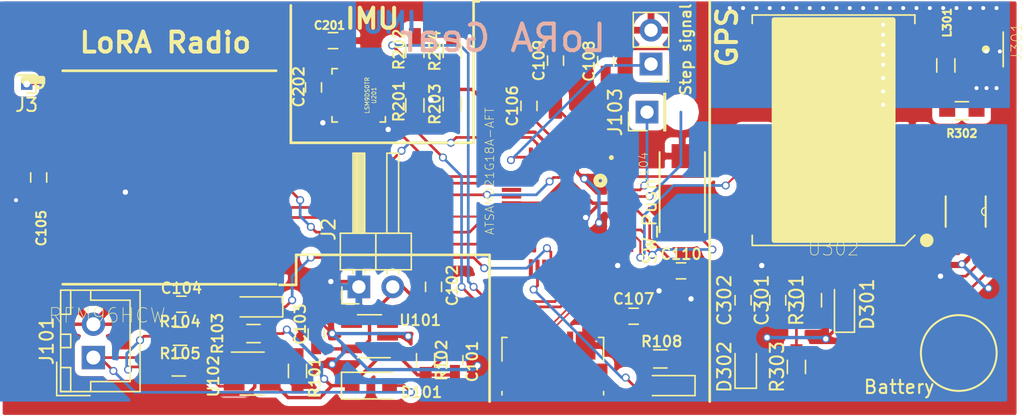
<source format=kicad_pcb>
(kicad_pcb (version 4) (host pcbnew 4.0.6)
  (layers (0 F.Cu signal) (31 B.Cu signal hide) (34 B.Paste user) (35 F.Paste user) (36 B.SilkS user) (37 F.SilkS user) (38 B.Mask user) (39 F.Mask user) (44 Edge.Cuts user))
  (net 0 "")
  (net 1 /CHG_STATUS)
  (net 2 GNDD)
  (net 3 +BATT)
  (net 4 VBUS)
  (net 5 "Net-(R101-Pad1)")
  (net 6 "Net-(C108-Pad1)")
  (net 7 "Net-(C109-Pad1)")
  (net 8 "Net-(U104-Pad3)")
  (net 9 /AREF)
  (net 10 +3V3)
  (net 11 "Net-(U104-Pad8)")
  (net 12 "Net-(U104-Pad9)")
  (net 13 /D8_CS)
  (net 14 /D4_RST)
  (net 15 /D3_IRQ)
  (net 16 "Net-(U104-Pad15)")
  (net 17 "Net-(U104-Pad16)")
  (net 18 /MOSI)
  (net 19 /SCK)
  (net 20 /MISO)
  (net 21 "Net-(U104-Pad22)")
  (net 22 "Net-(U104-Pad23)")
  (net 23 "Net-(U104-Pad24)")
  (net 24 "Net-(U104-Pad10)")
  (net 25 "Net-(U104-Pad25)")
  (net 26 /D13)
  (net 27 "Net-(U104-Pad27)")
  (net 28 "Net-(U104-Pad29)")
  (net 29 "Net-(U104-Pad30)")
  (net 30 /SDA)
  (net 31 /SCL)
  (net 32 /D-)
  (net 33 /D+)
  (net 34 /TXD)
  (net 35 /RXD)
  (net 36 "Net-(SW101-Pad2)")
  (net 37 /USBHOSTEN)
  (net 38 "Net-(C110-Pad1)")
  (net 39 /SWCLK)
  (net 40 /SWDIO)
  (net 41 "Net-(U104-Pad47)")
  (net 42 /GPS/ESDA)
  (net 43 /GPS/ESCL)
  (net 44 "Net-(U302-Pad1)")
  (net 45 "Net-(U302-Pad2)")
  (net 46 "Net-(R301-Pad1)")
  (net 47 "Net-(U302-Pad4)")
  (net 48 "Net-(U302-Pad5)")
  (net 49 "Net-(U302-Pad6)")
  (net 50 "Net-(R302-Pad1)")
  (net 51 "Net-(U302-Pad14)")
  (net 52 "Net-(U302-Pad15)")
  (net 53 "Net-(U302-Pad16)")
  (net 54 "Net-(U302-Pad17)")
  (net 55 /RX)
  (net 56 /TX)
  (net 57 "Net-(BT301-Pad1)")
  (net 58 "Net-(C201-Pad1)")
  (net 59 "Net-(C202-Pad1)")
  (net 60 "Net-(C202-Pad2)")
  (net 61 "Net-(D102-Pad2)")
  (net 62 "Net-(D105-Pad1)")
  (net 63 "Net-(D301-Pad2)")
  (net 64 "Net-(D302-Pad1)")
  (net 65 "Net-(J102-Pad4)")
  (net 66 "Net-(L301-Pad1)")
  (net 67 "Net-(R102-Pad2)")
  (net 68 "Net-(R203-Pad2)")
  (net 69 "Net-(R204-Pad2)")
  (net 70 "Net-(U101-Pad4)")
  (net 71 /DIO3)
  (net 72 "Net-(U103-Pad4)")
  (net 73 /DIO1)
  (net 74 /DIO2)
  (net 75 /DIO5)
  (net 76 /lsm9ds/CS_XM)
  (net 77 /lsm9ds/CS_G)
  (net 78 "Net-(U201-Pad14)")
  (net 79 "Net-(U201-Pad13)")
  (net 80 "Net-(U201-Pad12)")
  (net 81 "Net-(U201-Pad11)")
  (net 82 "Net-(U201-Pad10)")
  (net 83 "Net-(U201-Pad1)")
  (net 84 /GPS/GPS_ANT)
  (net 85 /LORA_ANT)
  (net 86 /BAT_LEVEL)
  (net 87 /STEP_IN)
  (net 88 /REG_OUT)
  (module "U.FL-R-SMT-1_10_:HRS_U.FL-R-SMT-1(10)" (layer F.Cu) (at 183.2 97.1 270)
    (fp_text reference J301 (at -0.568771 -2.31114 270) (layer F.SilkS) (effects (font (size 0.801092 0.801092) (thickness 0.05))))
    (fp_text value "U.FL-R-SMT-1(10)" hide)
    (pad 2 smd rect (at 0 1.525 270) (size 1 1.05) (layers F.Cu F.Paste F.Mask) (net 84 /GPS/GPS_ANT))
    (pad 1 smd rect (at -1.475 0 270) (size 1.05 2.2) (layers F.Cu F.Paste F.Mask) (net 2 GNDD))
    (pad 3 smd rect (at 1.475 0 270) (size 1.05 2.2) (layers F.Cu F.Paste F.Mask) (net 2 GNDD))
  )
  (module Capacitors_SMD:C_0603_HandSoldering (layer F.Cu) (at 156.8 117.1 180)
    (fp_text reference C107 (at 0 1.3 180) (layer F.SilkS) (effects (font (size 0.8 0.8))))
    (fp_text value 10uF hide)
    (pad 1 smd rect (at -0.95 0 180) (size 1.2 0.75) (layers F.Cu F.Paste F.Mask) (net 10 +3V3))
    (pad 2 smd rect (at 0.95 0 180) (size 1.2 0.75) (layers F.Cu F.Paste F.Mask) (net 2 GNDD))
  )
  (module MOUDLE-GPS-NEO-6M_24P-16X12.2MM_:GPS24P-SMD-1.1-16X12.2MM (layer F.Cu) (at 171.782 103.157 180)
    (fp_text reference U302 (at 0 -8.89 180) (layer F.SilkS) (effects (font (size 1.00185 1.00185) (thickness 0.05))))
    (fp_text value "MOUDLE-GPS-NEO-6M(24P-16X12.2MM)" hide)
    (pad 1 smd rect (at -5.904 -6.888) (size 2 0.8) (layers F.Cu F.Paste F.Mask) (net 44 "Net-(U302-Pad1)"))
    (pad 2 smd rect (at -5.904 -5.788) (size 2 0.8) (layers F.Cu F.Paste F.Mask) (net 45 "Net-(U302-Pad2)"))
    (pad 3 smd rect (at -5.904 -4.688) (size 2 0.8) (layers F.Cu F.Paste F.Mask) (net 46 "Net-(R301-Pad1)"))
    (pad 4 smd rect (at -5.904 -3.588) (size 2 0.8) (layers F.Cu F.Paste F.Mask) (net 47 "Net-(U302-Pad4)"))
    (pad 5 smd rect (at -5.904 -2.488) (size 2 0.8) (layers F.Cu F.Paste F.Mask) (net 48 "Net-(U302-Pad5)"))
    (pad 6 smd rect (at -5.904 -1.388) (size 2 0.8) (layers F.Cu F.Paste F.Mask) (net 49 "Net-(U302-Pad6)"))
    (pad 7 smd rect (at -5.904 -0.288) (size 2 0.8) (layers F.Cu F.Paste F.Mask) (net 2 GNDD))
    (pad 8 smd rect (at -5.904 2.712) (size 2 0.8) (layers F.Cu F.Paste F.Mask) (net 50 "Net-(R302-Pad1)"))
    (pad 9 smd rect (at -5.904 3.812) (size 2 0.8) (layers F.Cu F.Paste F.Mask) (net 50 "Net-(R302-Pad1)"))
    (pad 10 smd rect (at -5.904 4.912) (size 2 0.8) (layers F.Cu F.Paste F.Mask) (net 2 GNDD))
    (pad 11 smd rect (at -5.904 6.012) (size 2 0.8) (layers F.Cu F.Paste F.Mask) (net 84 /GPS/GPS_ANT))
    (pad 12 smd rect (at -5.904 7.112) (size 2 0.8) (layers F.Cu F.Paste F.Mask) (net 2 GNDD))
    (pad 13 smd rect (at 5.896 7.112) (size 2 0.8) (layers F.Cu F.Paste F.Mask) (net 2 GNDD))
    (pad 14 smd rect (at 5.896 6.012) (size 2 0.8) (layers F.Cu F.Paste F.Mask) (net 51 "Net-(U302-Pad14)"))
    (pad 15 smd rect (at 5.896 4.912) (size 2 0.8) (layers F.Cu F.Paste F.Mask) (net 52 "Net-(U302-Pad15)"))
    (pad 16 smd rect (at 5.896 3.812) (size 2 0.8) (layers F.Cu F.Paste F.Mask) (net 53 "Net-(U302-Pad16)"))
    (pad 17 smd rect (at 5.896 2.712) (size 2 0.8) (layers F.Cu F.Paste F.Mask) (net 54 "Net-(U302-Pad17)"))
    (pad 18 smd rect (at 5.896 -0.288) (size 2 0.8) (layers F.Cu F.Paste F.Mask) (net 42 /GPS/ESDA))
    (pad 19 smd rect (at 5.896 -1.388) (size 2 0.8) (layers F.Cu F.Paste F.Mask) (net 43 /GPS/ESCL))
    (pad 20 smd rect (at 5.896 -2.488) (size 2 0.8) (layers F.Cu F.Paste F.Mask) (net 55 /RX))
    (pad 21 smd rect (at 5.896 -3.588) (size 2 0.8) (layers F.Cu F.Paste F.Mask) (net 56 /TX))
    (pad 22 smd rect (at 5.896 -4.688) (size 2 0.8) (layers F.Cu F.Paste F.Mask) (net 57 "Net-(BT301-Pad1)"))
    (pad 23 smd rect (at 5.896 -5.788) (size 2 0.8) (layers F.Cu F.Paste F.Mask) (net 10 +3V3))
    (pad 24 smd rect (at 5.896 -6.888) (size 2 0.8) (layers F.Cu F.Paste F.Mask) (net 2 GNDD))
  )
  (module XCVR_RFM95W-868S2:XCVR_RFM95W-868S2 (layer F.Cu) (at 122 106.7)
    (fp_text reference U103 hide)
    (fp_text value RFM96HCW (at -4.66978 10.3392) (layer F.SilkS) (effects (font (size 1.09244 1.09244) (thickness 0.05))))
    (pad 1 smd rect (at -7.4 -7) (size 1.95 1.05) (layers F.Cu F.Paste F.Mask) (net 85 /LORA_ANT))
    (pad 2 smd rect (at -7.4 -5) (size 1.95 1.05) (layers F.Cu F.Paste F.Mask) (net 2 GNDD))
    (pad 3 smd rect (at -7.4 -3) (size 1.95 1.05) (layers F.Cu F.Paste F.Mask) (net 71 /DIO3))
    (pad 4 smd rect (at -7.4 -1) (size 1.95 1.05) (layers F.Cu F.Paste F.Mask) (net 72 "Net-(U103-Pad4)"))
    (pad 5 smd rect (at -7.4 1) (size 1.95 1.05) (layers F.Cu F.Paste F.Mask) (net 10 +3V3))
    (pad 6 smd rect (at -7.4 3) (size 1.95 1.05) (layers F.Cu F.Paste F.Mask) (net 15 /D3_IRQ))
    (pad 7 smd rect (at -7.4 5) (size 1.95 1.05) (layers F.Cu F.Paste F.Mask) (net 73 /DIO1))
    (pad 8 smd rect (at -7.4 7) (size 1.95 1.05) (layers F.Cu F.Paste F.Mask) (net 74 /DIO2))
    (pad 9 smd rect (at 7.4 7 180) (size 1.95 1.05) (layers F.Cu F.Paste F.Mask) (net 2 GNDD))
    (pad 10 smd rect (at 7.4 5 180) (size 1.95 1.05) (layers F.Cu F.Paste F.Mask) (net 20 /MISO))
    (pad 11 smd rect (at 7.4 3 180) (size 1.95 1.05) (layers F.Cu F.Paste F.Mask) (net 18 /MOSI))
    (pad 12 smd rect (at 7.4 1 180) (size 1.95 1.05) (layers F.Cu F.Paste F.Mask) (net 19 /SCK))
    (pad 13 smd rect (at 7.4 -1 180) (size 1.95 1.05) (layers F.Cu F.Paste F.Mask) (net 13 /D8_CS))
    (pad 14 smd rect (at 7.4 -3 180) (size 1.95 1.05) (layers F.Cu F.Paste F.Mask) (net 14 /D4_RST))
    (pad 15 smd rect (at 7.4 -5 180) (size 1.95 1.05) (layers F.Cu F.Paste F.Mask) (net 75 /DIO5))
    (pad 16 smd rect (at 7.4 -7 180) (size 1.95 1.05) (layers F.Cu F.Paste F.Mask) (net 2 GNDD))
  )
  (module molex2:MSBATT (layer F.Cu) (at 176.08984 119.8575 180)
    (fp_text reference BT301 hide)
    (fp_text value Battery (at -0.61016 -2.5425 180) (layer F.SilkS))
    (pad 2 smd rect (at 0 0.5 180) (size 2.5 0.5) (layers F.Cu F.Paste F.Mask) (net 2 GNDD))
    (pad 1 smd rect (at 0 -0.5 180) (size 2.5 0.5) (layers F.Cu F.Paste F.Mask) (net 57 "Net-(BT301-Pad1)"))
  )
  (module Diodes_SMD:D_SOD-123F (layer F.Cu) (at 137.1 122.3)
    (fp_text reference D101 (at 3.8 0.5) (layer F.SilkS) (effects (font (size 0.8 0.8))))
    (fp_text value MBR120 hide)
    (pad 1 smd rect (at -1.4 0) (size 1.1 1.1) (layers F.Cu F.Paste F.Mask) (net 4 VBUS))
    (pad 2 smd rect (at 1.4 0) (size 1.1 1.1) (layers F.Cu F.Paste F.Mask) (net 3 +BATT))
  )
  (module LEDs:LED_0805_HandSoldering (layer F.Cu) (at 128.3 116.4 180)
    (fp_text reference D102 hide)
    (fp_text value CHARGE)
    (pad 1 smd rect (at -1.35 0 180) (size 1.5 1.3) (layers F.Cu F.Paste F.Mask) (net 1 /CHG_STATUS))
    (pad 2 smd rect (at 1.35 0 180) (size 1.5 1.3) (layers F.Cu F.Paste F.Mask) (net 61 "Net-(D102-Pad2)"))
  )
  (module LEDs:LED_0805_HandSoldering (layer F.Cu) (at 159.2 122.3 180)
    (fp_text reference D105 hide)
    (fp_text value LED hide)
    (pad 1 smd rect (at -1.35 0 180) (size 1.5 1.3) (layers F.Cu F.Paste F.Mask) (net 62 "Net-(D105-Pad1)"))
    (pad 2 smd rect (at 1.35 0 180) (size 1.5 1.3) (layers F.Cu F.Paste F.Mask) (net 26 /D13))
  )
  (module LEDs:LED_0805_HandSoldering (layer F.Cu) (at 172.6 116.1 90)
    (fp_text reference D301 (at -0.1 1.7 90) (layer F.SilkS))
    (fp_text value GPS hide)
    (pad 1 smd rect (at -1.35 0 90) (size 1.5 1.3) (layers F.Cu F.Paste F.Mask) (net 2 GNDD))
    (pad 2 smd rect (at 1.35 0 90) (size 1.5 1.3) (layers F.Cu F.Paste F.Mask) (net 63 "Net-(D301-Pad2)"))
  )
  (module Diodes_SMD:D_0805 (layer F.Cu) (at 165.2 120.9 90)
    (fp_text reference D302 (at 0 -1.6 90) (layer F.SilkS))
    (fp_text value 5817 hide)
    (pad 1 smd rect (at -1.05 0 90) (size 0.8 0.9) (layers F.Cu F.Paste F.Mask) (net 64 "Net-(D302-Pad1)"))
    (pad 2 smd rect (at 1.05 0 90) (size 0.8 0.9) (layers F.Cu F.Paste F.Mask) (net 10 +3V3))
  )
  (module Connectors_JST:JST_XH_B02B-XH-A_02x2.50mm_Straight (layer F.Cu) (at 116.3 120.2 90)
    (fp_text reference J101 (at 1.25 -3.5 90) (layer F.SilkS))
    (fp_text value BAT)
    (pad 1 thru_hole rect (at 0 0 90) (size 1.75 1.75) (drill 1.05) (layers *.Cu *.Mask) (net 3 +BATT))
    (pad 2 thru_hole circle (at 2.5 0 90) (size 1.75 1.75) (drill 1.05) (layers *.Cu *.Mask) (net 2 GNDD))
  )
  (module Connectors_USB:USB_Micro-B_Molex_47346-0001 (layer F.Cu) (at 150.7375 121.6)
    (fp_text reference J102 hide)
    (fp_text value USB_OTG hide)
    (pad 1 smd rect (at -1.3 -2.66) (size 0.45 1.38) (layers F.Cu F.Paste F.Mask) (net 4 VBUS))
    (pad 2 smd rect (at -0.65 -2.66) (size 0.45 1.38) (layers F.Cu F.Paste F.Mask) (net 32 /D-))
    (pad 3 smd rect (at 0 -2.66) (size 0.45 1.38) (layers F.Cu F.Paste F.Mask) (net 33 /D+))
    (pad 4 smd rect (at 0.65 -2.66) (size 0.45 1.38) (layers F.Cu F.Paste F.Mask) (net 65 "Net-(J102-Pad4)"))
    (pad 5 smd rect (at 1.3 -2.66) (size 0.45 1.38) (layers F.Cu F.Paste F.Mask) (net 2 GNDD))
    (pad 6 smd rect (at -2.4625 -2.3) (size 1.475 2.1) (layers F.Cu F.Paste F.Mask) (net 2 GNDD))
    (pad 6 smd rect (at 2.4625 -2.3) (size 1.475 2.1) (layers F.Cu F.Paste F.Mask) (net 2 GNDD))
    (pad 6 smd rect (at -2.91 0) (size 2.375 1.9) (layers F.Cu F.Paste F.Mask) (net 2 GNDD))
    (pad 6 smd rect (at 2.91 0) (size 2.375 1.9) (layers F.Cu F.Paste F.Mask) (net 2 GNDD))
    (pad 6 smd rect (at -0.84 0) (size 1.175 1.9) (layers F.Cu F.Paste F.Mask) (net 2 GNDD))
    (pad 6 smd rect (at 0.84 0) (size 1.175 1.9) (layers F.Cu F.Paste F.Mask) (net 2 GNDD))
  )
  (module molex2:tactile (layer F.Cu) (at 160.44344 107.8 270)
    (fp_text reference SW101 hide)
    (fp_text value SW_Push (at 2.2 2.44344 270) (layer F.SilkS))
    (pad 1 smd rect (at -2.7 0 270) (size 1.8 1.6) (layers F.Cu F.Paste F.Mask) (net 2 GNDD))
    (pad 2 smd rect (at 2.7 0 270) (size 1.8 1.6) (layers F.Cu F.Paste F.Mask) (net 36 "Net-(SW101-Pad2)"))
  )
  (module TO_SOT_Packages_SMD:SOT-23-5_HandSoldering (layer F.Cu) (at 137 118.6 180)
    (fp_text reference U101 (at -3.8 1.2 180) (layer F.SilkS) (effects (font (size 0.8 0.8))))
    (fp_text value AP2112K-3.3 hide)
    (pad 1 smd rect (at -1.35 -0.95 180) (size 1.56 0.65) (layers F.Cu F.Paste F.Mask) (net 4 VBUS))
    (pad 2 smd rect (at -1.35 0 180) (size 1.56 0.65) (layers F.Cu F.Paste F.Mask) (net 2 GNDD))
    (pad 3 smd rect (at -1.35 0.95 180) (size 1.56 0.65) (layers F.Cu F.Paste F.Mask) (net 67 "Net-(R102-Pad2)"))
    (pad 4 smd rect (at 1.35 0.95 180) (size 1.56 0.65) (layers F.Cu F.Paste F.Mask) (net 70 "Net-(U101-Pad4)"))
    (pad 5 smd rect (at 1.35 -0.95 180) (size 1.56 0.65) (layers F.Cu F.Paste F.Mask) (net 88 /REG_OUT))
  )
  (module TO_SOT_Packages_SMD:SOT-23-5_HandSoldering (layer F.Cu) (at 128.2 121.4)
    (fp_text reference U102 (at -2.9 0.2 90) (layer F.SilkS) (effects (font (size 0.8 0.8))))
    (fp_text value MCP73831T-2DCI/OT hide)
    (pad 1 smd rect (at -1.35 -0.95) (size 1.56 0.65) (layers F.Cu F.Paste F.Mask) (net 1 /CHG_STATUS))
    (pad 2 smd rect (at -1.35 0) (size 1.56 0.65) (layers F.Cu F.Paste F.Mask) (net 2 GNDD))
    (pad 3 smd rect (at -1.35 0.95) (size 1.56 0.65) (layers F.Cu F.Paste F.Mask) (net 3 +BATT))
    (pad 4 smd rect (at 1.35 0.95) (size 1.56 0.65) (layers F.Cu F.Paste F.Mask) (net 4 VBUS))
    (pad 5 smd rect (at 1.35 -0.95) (size 1.56 0.65) (layers F.Cu F.Paste F.Mask) (net 5 "Net-(R101-Pad1)"))
  )
  (module LSM9DS0:LGA-24 (layer F.Cu) (at 136.18868 100.5418 270)
    (fp_text reference U201 (at 0 -1.14565 270) (layer F.SilkS) (effects (font (size 0.320741 0.320741) (thickness 0.05))))
    (fp_text value LSM9DS0TR (at 0 -0.635847 270) (layer F.SilkS) (effects (font (size 0.320427 0.320427) (thickness 0.05))))
    (pad 24 smd rect (at -1.25 -1.875 270) (size 0.29 0.7) (layers F.Cu F.Paste F.Mask) (net 30 /SDA))
    (pad 23 smd rect (at -0.75 -1.875 270) (size 0.29 0.7) (layers F.Cu F.Paste F.Mask) (net 69 "Net-(R204-Pad2)"))
    (pad 22 smd rect (at -0.25 -1.875 270) (size 0.29 0.7) (layers F.Cu F.Paste F.Mask) (net 68 "Net-(R203-Pad2)"))
    (pad 21 smd rect (at 0.25 -1.875 270) (size 0.29 0.7) (layers F.Cu F.Paste F.Mask) (net 31 /SCL))
    (pad 20 smd rect (at 0.75 -1.875 270) (size 0.29 0.7) (layers F.Cu F.Paste F.Mask) (net 76 /lsm9ds/CS_XM))
    (pad 19 smd rect (at 1.25 -1.875 270) (size 0.29 0.7) (layers F.Cu F.Paste F.Mask) (net 77 /lsm9ds/CS_G))
    (pad 18 smd rect (at 1.875 -1.25 180) (size 0.29 0.7) (layers F.Cu F.Paste F.Mask) (net 10 +3V3))
    (pad 17 smd rect (at 1.875 -0.75 180) (size 0.29 0.7) (layers F.Cu F.Paste F.Mask) (net 10 +3V3))
    (pad 16 smd rect (at 1.875 -0.25 180) (size 0.29 0.7) (layers F.Cu F.Paste F.Mask) (net 10 +3V3))
    (pad 15 smd rect (at 1.875 0.25 180) (size 0.29 0.7) (layers F.Cu F.Paste F.Mask) (net 10 +3V3))
    (pad 14 smd rect (at 1.875 0.75 180) (size 0.29 0.7) (layers F.Cu F.Paste F.Mask) (net 78 "Net-(U201-Pad14)"))
    (pad 13 smd rect (at 1.875 1.25 180) (size 0.29 0.7) (layers F.Cu F.Paste F.Mask) (net 79 "Net-(U201-Pad13)"))
    (pad 12 smd rect (at 1.25 1.875 90) (size 0.29 0.7) (layers F.Cu F.Paste F.Mask) (net 80 "Net-(U201-Pad12)"))
    (pad 11 smd rect (at 0.75 1.875 90) (size 0.29 0.7) (layers F.Cu F.Paste F.Mask) (net 81 "Net-(U201-Pad11)"))
    (pad 10 smd rect (at 0.25 1.875 90) (size 0.29 0.7) (layers F.Cu F.Paste F.Mask) (net 82 "Net-(U201-Pad10)"))
    (pad 9 smd rect (at -0.25 1.875 90) (size 0.29 0.7) (layers F.Cu F.Paste F.Mask) (net 59 "Net-(C202-Pad1)"))
    (pad 8 smd rect (at -0.75 1.875 90) (size 0.29 0.7) (layers F.Cu F.Paste F.Mask) (net 60 "Net-(C202-Pad2)"))
    (pad 7 smd rect (at -1.25 1.875 90) (size 0.29 0.7) (layers F.Cu F.Paste F.Mask) (net 58 "Net-(C201-Pad1)"))
    (pad 6 smd rect (at -1.875 1.25) (size 0.29 0.7) (layers F.Cu F.Paste F.Mask) (net 2 GNDD))
    (pad 5 smd rect (at -1.875 0.75) (size 0.29 0.7) (layers F.Cu F.Paste F.Mask) (net 2 GNDD))
    (pad 4 smd rect (at -1.875 0.25) (size 0.29 0.7) (layers F.Cu F.Paste F.Mask) (net 2 GNDD))
    (pad 3 smd rect (at -1.875 -0.25) (size 0.29 0.7) (layers F.Cu F.Paste F.Mask) (net 2 GNDD))
    (pad 2 smd rect (at -1.875 -0.75) (size 0.29 0.7) (layers F.Cu F.Paste F.Mask) (net 2 GNDD))
    (pad 1 smd rect (at -1.875 -1.25) (size 0.29 0.7) (layers F.Cu F.Paste F.Mask) (net 83 "Net-(U201-Pad1)"))
  )
  (module 24AA32A-I_MS:SOP65P490X110-8N (layer F.Cu) (at 181.688 109.253 270)
    (fp_text reference U301 hide)
    (fp_text value 24AA32A-I/MS hide)
    (pad 1 smd rect (at -2.032 -0.9652 270) (size 1.524 0.4572) (layers F.Cu F.Paste F.Mask) (net 2 GNDD))
    (pad 2 smd rect (at -2.032 -0.3302 270) (size 1.524 0.4572) (layers F.Cu F.Paste F.Mask) (net 2 GNDD))
    (pad 3 smd rect (at -2.032 0.3302 270) (size 1.524 0.4572) (layers F.Cu F.Paste F.Mask) (net 2 GNDD))
    (pad 4 smd rect (at -2.032 0.9652 270) (size 1.524 0.4572) (layers F.Cu F.Paste F.Mask) (net 2 GNDD))
    (pad 5 smd rect (at 2.032 0.9652 270) (size 1.524 0.4572) (layers F.Cu F.Paste F.Mask) (net 42 /GPS/ESDA))
    (pad 6 smd rect (at 2.032 0.3302 270) (size 1.524 0.4572) (layers F.Cu F.Paste F.Mask) (net 43 /GPS/ESCL))
    (pad 7 smd rect (at 2.032 -0.3302 270) (size 1.524 0.4572) (layers F.Cu F.Paste F.Mask) (net 2 GNDD))
    (pad 8 smd rect (at 2.032 -0.9652 270) (size 1.524 0.4572) (layers F.Cu F.Paste F.Mask) (net 10 +3V3))
  )
  (module molex2:RT321532.7686EXTTR (layer F.Cu) (at 152.18336 101.39424 180)
    (fp_text reference Y101 hide)
    (fp_text value 32.768 hide)
    (pad 2 smd rect (at 1.25 0 180) (size 1 1.8) (layers F.Cu F.Paste F.Mask) (net 7 "Net-(C109-Pad1)"))
    (pad 1 smd rect (at -2.5 0 180) (size 1 1.8) (layers F.Cu F.Paste F.Mask) (net 6 "Net-(C108-Pad1)"))
  )
  (module Capacitors_SMD:C_0603_HandSoldering (layer F.Cu) (at 143.4 120.4 90)
    (fp_text reference C101 (at -0.1 1.3 90) (layer F.SilkS) (effects (font (size 0.8 0.8))))
    (fp_text value 10uF hide)
    (pad 1 smd rect (at -0.95 0 90) (size 1.2 0.75) (layers F.Cu F.Paste F.Mask) (net 4 VBUS))
    (pad 2 smd rect (at 0.95 0 90) (size 1.2 0.75) (layers F.Cu F.Paste F.Mask) (net 2 GNDD))
  )
  (module Capacitors_SMD:C_0603_HandSoldering (layer F.Cu) (at 141.8 114.9 90)
    (fp_text reference C102 (at 0.1 1.4 90) (layer F.SilkS) (effects (font (size 0.8 0.8))))
    (fp_text value 10uF hide)
    (pad 1 smd rect (at -0.95 0 90) (size 1.2 0.75) (layers F.Cu F.Paste F.Mask) (net 88 /REG_OUT))
    (pad 2 smd rect (at 0.95 0 90) (size 1.2 0.75) (layers F.Cu F.Paste F.Mask) (net 2 GNDD))
  )
  (module Capacitors_SMD:C_0603_HandSoldering (layer F.Cu) (at 133 118.4 90)
    (fp_text reference C103 (at 0.7 -1.2 90) (layer F.SilkS) (effects (font (size 0.8 0.8))))
    (fp_text value 1uF hide)
    (pad 1 smd rect (at -0.95 0 90) (size 1.2 0.75) (layers F.Cu F.Paste F.Mask) (net 88 /REG_OUT))
    (pad 2 smd rect (at 0.95 0 90) (size 1.2 0.75) (layers F.Cu F.Paste F.Mask) (net 2 GNDD))
  )
  (module Capacitors_SMD:C_0603_HandSoldering (layer F.Cu) (at 122.9 116.2 180)
    (fp_text reference C104 (at 0 1.2 180) (layer F.SilkS) (effects (font (size 0.8 0.8))))
    (fp_text value 10uF hide)
    (pad 1 smd rect (at -0.95 0 180) (size 1.2 0.75) (layers F.Cu F.Paste F.Mask) (net 3 +BATT))
    (pad 2 smd rect (at 0.95 0 180) (size 1.2 0.75) (layers F.Cu F.Paste F.Mask) (net 2 GNDD))
  )
  (module Capacitors_SMD:C_0603_HandSoldering (layer F.Cu) (at 112.2 106.7 90)
    (fp_text reference C105 (at -3.8 0.2 90) (layer F.SilkS) (effects (font (size 0.7 0.7))))
    (fp_text value 10uF)
    (pad 1 smd rect (at -0.95 0 90) (size 1.2 0.75) (layers F.Cu F.Paste F.Mask) (net 10 +3V3))
    (pad 2 smd rect (at 0.95 0 90) (size 1.2 0.75) (layers F.Cu F.Paste F.Mask) (net 2 GNDD))
  )
  (module Capacitors_SMD:C_0603_HandSoldering (layer F.Cu) (at 148.95248 101.33328 90)
    (fp_text reference C106 (at 0 -1.25 90) (layer F.SilkS) (effects (font (size 0.8 0.8))))
    (fp_text value 1uF hide)
    (pad 1 smd rect (at -0.95 0 90) (size 1.2 0.75) (layers F.Cu F.Paste F.Mask) (net 9 /AREF))
    (pad 2 smd rect (at 0.95 0 90) (size 1.2 0.75) (layers F.Cu F.Paste F.Mask) (net 2 GNDD))
  )
  (module Capacitors_SMD:C_0603_HandSoldering (layer F.Cu) (at 154.70304 97.98048 90)
    (fp_text reference C108 (at 0 -1.25 90) (layer F.SilkS) (effects (font (size 0.8 0.8))))
    (fp_text value 22pf)
    (pad 1 smd rect (at -0.95 0 90) (size 1.2 0.75) (layers F.Cu F.Paste F.Mask) (net 6 "Net-(C108-Pad1)"))
    (pad 2 smd rect (at 0.95 0 90) (size 1.2 0.75) (layers F.Cu F.Paste F.Mask) (net 2 GNDD))
  )
  (module Capacitors_SMD:C_0603_HandSoldering (layer F.Cu) (at 150.94384 97.93984 90)
    (fp_text reference C109 (at 0 -1.25 90) (layer F.SilkS) (effects (font (size 0.8 0.8))))
    (fp_text value 22pf hide)
    (pad 1 smd rect (at -0.95 0 90) (size 1.2 0.75) (layers F.Cu F.Paste F.Mask) (net 7 "Net-(C109-Pad1)"))
    (pad 2 smd rect (at 0.95 0 90) (size 1.2 0.75) (layers F.Cu F.Paste F.Mask) (net 2 GNDD))
  )
  (module Capacitors_SMD:C_0603_HandSoldering (layer F.Cu) (at 160.35 113.7)
    (fp_text reference C110 (at 0 -1.25) (layer F.SilkS) (effects (font (size 0.8 0.8))))
    (fp_text value 1uF hide)
    (pad 1 smd rect (at -0.95 0) (size 1.2 0.75) (layers F.Cu F.Paste F.Mask) (net 38 "Net-(C110-Pad1)"))
    (pad 2 smd rect (at 0.95 0) (size 1.2 0.75) (layers F.Cu F.Paste F.Mask) (net 2 GNDD))
  )
  (module Capacitors_SMD:C_0603_HandSoldering (layer F.Cu) (at 134.26336 96.44224)
    (fp_text reference C201 (at -0.26336 -1.14224) (layer F.SilkS) (effects (font (size 0.6 0.6))))
    (fp_text value 10uF hide)
    (pad 1 smd rect (at -0.95 0) (size 1.2 0.75) (layers F.Cu F.Paste F.Mask) (net 58 "Net-(C201-Pad1)"))
    (pad 2 smd rect (at 0.95 0) (size 1.2 0.75) (layers F.Cu F.Paste F.Mask) (net 2 GNDD))
  )
  (module Capacitors_SMD:C_0603_HandSoldering (layer F.Cu) (at 132.8 99.95 90)
    (fp_text reference C202 (at 0.05 -1.1 90) (layer F.SilkS) (effects (font (size 0.8 0.8))))
    (fp_text value 0.22uF hide)
    (pad 1 smd rect (at -0.95 0 90) (size 1.2 0.75) (layers F.Cu F.Paste F.Mask) (net 59 "Net-(C202-Pad1)"))
    (pad 2 smd rect (at 0.95 0 90) (size 1.2 0.75) (layers F.Cu F.Paste F.Mask) (net 60 "Net-(C202-Pad2)"))
  )
  (module Capacitors_SMD:C_0603_HandSoldering (layer F.Cu) (at 167.6 115.9 270)
    (fp_text reference C301 (at 0 1.2 270) (layer F.SilkS))
    (fp_text value 10uf hide)
    (pad 1 smd rect (at -0.95 0 270) (size 1.2 0.75) (layers F.Cu F.Paste F.Mask) (net 10 +3V3))
    (pad 2 smd rect (at 0.95 0 270) (size 1.2 0.75) (layers F.Cu F.Paste F.Mask) (net 2 GNDD))
  )
  (module Capacitors_SMD:C_0603_HandSoldering (layer F.Cu) (at 165 115.9 270)
    (fp_text reference C302 (at 0 1.4 270) (layer F.SilkS))
    (fp_text value 0.1uF hide)
    (pad 1 smd rect (at -0.95 0 270) (size 1.2 0.75) (layers F.Cu F.Paste F.Mask) (net 10 +3V3))
    (pad 2 smd rect (at 0.95 0 270) (size 1.2 0.75) (layers F.Cu F.Paste F.Mask) (net 2 GNDD))
  )
  (module Resistors_SMD:R_0603_HandSoldering (layer F.Cu) (at 180.2 98.3 90)
    (fp_text reference L301 (at 3.2 0.1 90) (layer F.SilkS) (effects (font (size 0.6 0.6))))
    (fp_text value 22uH hide)
    (pad 1 smd rect (at -1.1 0 90) (size 1.2 0.9) (layers F.Cu F.Paste F.Mask) (net 66 "Net-(L301-Pad1)"))
    (pad 2 smd rect (at 1.1 0 90) (size 1.2 0.9) (layers F.Cu F.Paste F.Mask) (net 84 /GPS/GPS_ANT))
  )
  (module Resistors_SMD:R_0603_HandSoldering (layer F.Cu) (at 131.6 121.2 270)
    (fp_text reference R101 (at 0.5 -1.3 270) (layer F.SilkS) (effects (font (size 0.8 0.8))))
    (fp_text value 10k hide)
    (pad 1 smd rect (at -1.1 0 270) (size 1.2 0.9) (layers F.Cu F.Paste F.Mask) (net 5 "Net-(R101-Pad1)"))
    (pad 2 smd rect (at 1.1 0 270) (size 1.2 0.9) (layers F.Cu F.Paste F.Mask) (net 2 GNDD))
  )
  (module Resistors_SMD:R_0603_HandSoldering (layer F.Cu) (at 141.2 120.4 90)
    (fp_text reference R102 (at 0 1.2 90) (layer F.SilkS) (effects (font (size 0.8 0.8))))
    (fp_text value 100k hide)
    (pad 1 smd rect (at -1.1 0 90) (size 1.2 0.9) (layers F.Cu F.Paste F.Mask) (net 4 VBUS))
    (pad 2 smd rect (at 1.1 0 90) (size 1.2 0.9) (layers F.Cu F.Paste F.Mask) (net 67 "Net-(R102-Pad2)"))
  )
  (module Resistors_SMD:R_0603_HandSoldering (layer F.Cu) (at 128.3 118.4 180)
    (fp_text reference R103 (at 2.7 0 270) (layer F.SilkS) (effects (font (size 0.8 0.8))))
    (fp_text value 1k hide)
    (pad 1 smd rect (at -1.1 0 180) (size 1.2 0.9) (layers F.Cu F.Paste F.Mask) (net 4 VBUS))
    (pad 2 smd rect (at 1.1 0 180) (size 1.2 0.9) (layers F.Cu F.Paste F.Mask) (net 61 "Net-(D102-Pad2)"))
  )
  (module Resistors_SMD:R_0603_HandSoldering (layer F.Cu) (at 122.8 118.6 180)
    (fp_text reference R104 (at 0 1.1 180) (layer F.SilkS) (effects (font (size 0.8 0.8))))
    (fp_text value 100k hide)
    (pad 1 smd rect (at -1.1 0 180) (size 1.2 0.9) (layers F.Cu F.Paste F.Mask) (net 3 +BATT))
    (pad 2 smd rect (at 1.1 0 180) (size 1.2 0.9) (layers F.Cu F.Paste F.Mask) (net 86 /BAT_LEVEL))
  )
  (module Resistors_SMD:R_0603_HandSoldering (layer F.Cu) (at 122.7 120.9)
    (fp_text reference R105 (at 0.1 -1) (layer F.SilkS) (effects (font (size 0.8 0.8))))
    (fp_text value 100k hide)
    (pad 1 smd rect (at -1.1 0) (size 1.2 0.9) (layers F.Cu F.Paste F.Mask) (net 86 /BAT_LEVEL))
    (pad 2 smd rect (at 1.1 0) (size 1.2 0.9) (layers F.Cu F.Paste F.Mask) (net 2 GNDD))
  )
  (module Resistors_SMD:R_0603_HandSoldering (layer F.Cu) (at 158.8 120.3 180)
    (fp_text reference R108 (at -0.1 1.3 180) (layer F.SilkS) (effects (font (size 0.8 0.8))))
    (fp_text value R hide)
    (pad 1 smd rect (at -1.1 0 180) (size 1.2 0.9) (layers F.Cu F.Paste F.Mask) (net 62 "Net-(D105-Pad1)"))
    (pad 2 smd rect (at 1.1 0 180) (size 1.2 0.9) (layers F.Cu F.Paste F.Mask) (net 2 GNDD))
  )
  (module Resistors_SMD:R_0603_HandSoldering (layer F.Cu) (at 140.4 101.29364 270)
    (fp_text reference R201 (at -0.29364 1.2 270) (layer F.SilkS) (effects (font (size 0.8 0.8))))
    (fp_text value 10k hide)
    (pad 1 smd rect (at -1.1 0 270) (size 1.2 0.9) (layers F.Cu F.Paste F.Mask) (net 10 +3V3))
    (pad 2 smd rect (at 1.1 0 270) (size 1.2 0.9) (layers F.Cu F.Paste F.Mask) (net 31 /SCL))
  )
  (module Resistors_SMD:R_0603_HandSoldering (layer F.Cu) (at 140.4 97.2 270)
    (fp_text reference R202 (at -0.1 1.2 270) (layer F.SilkS) (effects (font (size 0.8 0.8))))
    (fp_text value 10k hide)
    (pad 1 smd rect (at -1.1 0 270) (size 1.2 0.9) (layers F.Cu F.Paste F.Mask) (net 10 +3V3))
    (pad 2 smd rect (at 1.1 0 270) (size 1.2 0.9) (layers F.Cu F.Paste F.Mask) (net 30 /SDA))
  )
  (module Resistors_SMD:R_0603_HandSoldering (layer F.Cu) (at 143.2 101.2 270)
    (fp_text reference R203 (at 0 1.3 270) (layer F.SilkS) (effects (font (size 0.8 0.8))))
    (fp_text value 10k hide)
    (pad 1 smd rect (at -1.1 0 270) (size 1.2 0.9) (layers F.Cu F.Paste F.Mask) (net 10 +3V3))
    (pad 2 smd rect (at 1.1 0 270) (size 1.2 0.9) (layers F.Cu F.Paste F.Mask) (net 68 "Net-(R203-Pad2)"))
  )
  (module Resistors_SMD:R_0603_HandSoldering (layer F.Cu) (at 143.2 97.2 270)
    (fp_text reference R204 (at 0 1.3 270) (layer F.SilkS) (effects (font (size 0.8 0.8))))
    (fp_text value 10k hide)
    (pad 1 smd rect (at -1.1 0 270) (size 1.2 0.9) (layers F.Cu F.Paste F.Mask) (net 10 +3V3))
    (pad 2 smd rect (at 1.1 0 270) (size 1.2 0.9) (layers F.Cu F.Paste F.Mask) (net 69 "Net-(R204-Pad2)"))
  )
  (module Resistors_SMD:R_0603_HandSoldering (layer F.Cu) (at 170.2 115.9 90)
    (fp_text reference R301 (at 0 -1.2 90) (layer F.SilkS))
    (fp_text value 1k hide)
    (pad 1 smd rect (at -1.1 0 90) (size 1.2 0.9) (layers F.Cu F.Paste F.Mask) (net 46 "Net-(R301-Pad1)"))
    (pad 2 smd rect (at 1.1 0 90) (size 1.2 0.9) (layers F.Cu F.Paste F.Mask) (net 63 "Net-(D301-Pad2)"))
  )
  (module Resistors_SMD:R_0603_HandSoldering (layer F.Cu) (at 181.4 101.7)
    (fp_text reference R302 (at 0 1.7) (layer F.SilkS) (effects (font (size 0.6 0.6))))
    (fp_text value 22R hide)
    (pad 1 smd rect (at -1.1 0) (size 1.2 0.9) (layers F.Cu F.Paste F.Mask) (net 50 "Net-(R302-Pad1)"))
    (pad 2 smd rect (at 1.1 0) (size 1.2 0.9) (layers F.Cu F.Paste F.Mask) (net 66 "Net-(L301-Pad1)"))
  )
  (module Resistors_SMD:R_0603_HandSoldering (layer F.Cu) (at 169 120.9 90)
    (fp_text reference R303 (at 0 -1.45 90) (layer F.SilkS))
    (fp_text value 1k)
    (pad 1 smd rect (at -1.1 0 90) (size 1.2 0.9) (layers F.Cu F.Paste F.Mask) (net 64 "Net-(D302-Pad1)"))
    (pad 2 smd rect (at 1.1 0 90) (size 1.2 0.9) (layers F.Cu F.Paste F.Mask) (net 57 "Net-(BT301-Pad1)"))
  )
  (module Pin_Headers:Pin_Header_Straight_1x02_Pitch2.54mm (layer F.Cu) (at 158.1 98.2 180)
    (fp_text reference J1 hide)
    (fp_text value "Step signal" (at -2.6 1.1 270) (layer F.SilkS) (effects (font (size 0.8 0.8))))
    (pad 1 thru_hole rect (at 0 0 180) (size 1.7 1.7) (drill 1) (layers *.Cu *.Mask) (net 87 /STEP_IN))
    (pad 2 thru_hole oval (at 0 2.54 180) (size 1.7 1.7) (drill 1) (layers *.Cu *.Mask) (net 2 GNDD))
  )
  (module Pin_Headers:Pin_Header_Straight_1x01_Pitch1.00mm (layer F.Cu) (at 111.3 99.7 180)
    (fp_text reference J3 (at 0 -1.56 180) (layer F.SilkS))
    (fp_text value Conn_01x01 hide)
    (pad 1 thru_hole rect (at 0 0 180) (size 0.85 0.85) (drill 0.5) (layers *.Cu *.Mask) (net 85 /LORA_ANT))
  )
  (module Pin_Headers:Pin_Header_Angled_1x02_Pitch2.54mm (layer F.Cu) (at 136.2 114.9 90)
    (fp_text reference J2 (at 4.315 -2.27 90) (layer F.SilkS))
    (fp_text value I)
    (pad 1 thru_hole rect (at 0 0 90) (size 1.7 1.7) (drill 1) (layers *.Cu *.Mask) (net 10 +3V3))
    (pad 2 thru_hole oval (at 0 2.54 90) (size 1.7 1.7) (drill 1) (layers *.Cu *.Mask) (net 88 /REG_OUT))
  )
  (module Pin_Headers:Pin_Header_Straight_1x01_Pitch2.54mm (layer F.Cu) (at 157.8 101.8 90)
    (fp_text reference J103 (at 0 -2.39 90) (layer F.SilkS))
    (fp_text value Conn_01x02_Male)
    (pad 1 thru_hole rect (at 0 0 90) (size 1.7 1.7) (drill 1) (layers *.Cu *.Mask) (net 40 /SWDIO))
  )
  (module atsamd:QFP50P900X900X120-48N (layer F.Cu) (at 151.843 109.38 270)
    (fp_text reference U104 (at -3.34673 -5.70785 270) (layer F.SilkS) (effects (font (size 0.642754 0.642754) (thickness 0.05))))
    (fp_text value ATSAMD21G18A-AFT (at -3.16152 5.83777 270) (layer F.SilkS) (effects (font (size 0.641118 0.641118) (thickness 0.05))))
    (pad 1 smd rect (at -4.2 -2.75 90) (size 1.45 0.3) (layers F.Cu F.Paste F.Mask) (net 6 "Net-(C108-Pad1)"))
    (pad 2 smd rect (at -4.2 -2.25 90) (size 1.45 0.3) (layers F.Cu F.Paste F.Mask) (net 7 "Net-(C109-Pad1)"))
    (pad 3 smd rect (at -4.2 -1.75 90) (size 1.45 0.3) (layers F.Cu F.Paste F.Mask) (net 8 "Net-(U104-Pad3)"))
    (pad 4 smd rect (at -4.2 -1.25 90) (size 1.45 0.3) (layers F.Cu F.Paste F.Mask) (net 9 /AREF))
    (pad 5 smd rect (at -4.2 -0.75 90) (size 1.45 0.3) (layers F.Cu F.Paste F.Mask) (net 2 GNDD))
    (pad 6 smd rect (at -4.2 -0.25 90) (size 1.45 0.3) (layers F.Cu F.Paste F.Mask) (net 10 +3V3))
    (pad 7 smd rect (at -4.2 0.25 90) (size 1.45 0.3) (layers F.Cu F.Paste F.Mask) (net 86 /BAT_LEVEL))
    (pad 8 smd rect (at -4.2 0.75 90) (size 1.45 0.3) (layers F.Cu F.Paste F.Mask) (net 11 "Net-(U104-Pad8)"))
    (pad 9 smd rect (at -4.2 1.25 90) (size 1.45 0.3) (layers F.Cu F.Paste F.Mask) (net 12 "Net-(U104-Pad9)"))
    (pad 11 smd rect (at -4.2 2.25 90) (size 1.45 0.3) (layers F.Cu F.Paste F.Mask) (net 13 /D8_CS))
    (pad 12 smd rect (at -4.2 2.75 90) (size 1.45 0.3) (layers F.Cu F.Paste F.Mask) (net 87 /STEP_IN))
    (pad 13 smd rect (at -2.75 4.2 180) (size 1.45 0.3) (layers F.Cu F.Paste F.Mask) (net 14 /D4_RST))
    (pad 14 smd rect (at -2.25 4.2 180) (size 1.45 0.3) (layers F.Cu F.Paste F.Mask) (net 15 /D3_IRQ))
    (pad 15 smd rect (at -1.75 4.2 180) (size 1.45 0.3) (layers F.Cu F.Paste F.Mask) (net 16 "Net-(U104-Pad15)"))
    (pad 16 smd rect (at -1.25 4.2 180) (size 1.45 0.3) (layers F.Cu F.Paste F.Mask) (net 17 "Net-(U104-Pad16)"))
    (pad 17 smd rect (at -0.75 4.2) (size 1.45 0.3) (layers F.Cu F.Paste F.Mask) (net 10 +3V3))
    (pad 18 smd rect (at -0.25 4.2 180) (size 1.45 0.3) (layers F.Cu F.Paste F.Mask) (net 2 GNDD))
    (pad 19 smd rect (at 0.25 4.2) (size 1.45 0.3) (layers F.Cu F.Paste F.Mask) (net 18 /MOSI))
    (pad 20 smd rect (at 0.75 4.2) (size 1.45 0.3) (layers F.Cu F.Paste F.Mask) (net 19 /SCK))
    (pad 21 smd rect (at 1.25 4.2) (size 1.45 0.3) (layers F.Cu F.Paste F.Mask) (net 20 /MISO))
    (pad 22 smd rect (at 1.75 4.2) (size 1.45 0.3) (layers F.Cu F.Paste F.Mask) (net 21 "Net-(U104-Pad22)"))
    (pad 23 smd rect (at 2.25 4.2) (size 1.45 0.3) (layers F.Cu F.Paste F.Mask) (net 22 "Net-(U104-Pad23)"))
    (pad 24 smd rect (at 2.75 4.2) (size 1.45 0.3) (layers F.Cu F.Paste F.Mask) (net 23 "Net-(U104-Pad24)"))
    (pad 10 smd rect (at -4.2 1.75 90) (size 1.45 0.3) (layers F.Cu F.Paste F.Mask) (net 24 "Net-(U104-Pad10)"))
    (pad 25 smd rect (at 4.17 2.75 270) (size 1.45 0.3) (layers F.Cu F.Paste F.Mask) (net 25 "Net-(U104-Pad25)"))
    (pad 26 smd rect (at 4.2 2.25 270) (size 1.45 0.3) (layers F.Cu F.Paste F.Mask) (net 26 /D13))
    (pad 27 smd rect (at 4.2 1.75 270) (size 1.45 0.3) (layers F.Cu F.Paste F.Mask) (net 27 "Net-(U104-Pad27)"))
    (pad 28 smd rect (at 4.2 1.25 270) (size 1.45 0.3) (layers F.Cu F.Paste F.Mask) (net 1 /CHG_STATUS))
    (pad 29 smd rect (at 4.2 0.75 270) (size 1.45 0.3) (layers F.Cu F.Paste F.Mask) (net 28 "Net-(U104-Pad29)"))
    (pad 30 smd rect (at 4.2 0.25 270) (size 1.45 0.3) (layers F.Cu F.Paste F.Mask) (net 29 "Net-(U104-Pad30)"))
    (pad 31 smd rect (at 4.2 -0.25 270) (size 1.45 0.3) (layers F.Cu F.Paste F.Mask) (net 30 /SDA))
    (pad 32 smd rect (at 4.2 -0.75 270) (size 1.45 0.3) (layers F.Cu F.Paste F.Mask) (net 31 /SCL))
    (pad 33 smd rect (at 4.2 -1.25 270) (size 1.45 0.3) (layers F.Cu F.Paste F.Mask) (net 32 /D-))
    (pad 35 smd rect (at 4.2 -2.25 270) (size 1.45 0.3) (layers F.Cu F.Paste F.Mask) (net 2 GNDD))
    (pad 36 smd rect (at 4.2 -2.75 270) (size 1.45 0.3) (layers F.Cu F.Paste F.Mask) (net 10 +3V3))
    (pad 34 smd rect (at 4.2 -1.75 270) (size 1.45 0.3) (layers F.Cu F.Paste F.Mask) (net 33 /D+))
    (pad 37 smd rect (at 2.75 -4.2) (size 1.45 0.3) (layers F.Cu F.Paste F.Mask) (net 34 /TXD))
    (pad 38 smd rect (at 2.25 -4.2) (size 1.45 0.3) (layers F.Cu F.Paste F.Mask) (net 35 /RXD))
    (pad 39 smd rect (at 1.75 -4.2) (size 1.45 0.3) (layers F.Cu F.Paste F.Mask) (net 56 /TX))
    (pad 40 smd rect (at 1.25 -4.2) (size 1.45 0.3) (layers F.Cu F.Paste F.Mask) (net 36 "Net-(SW101-Pad2)"))
    (pad 41 smd rect (at 0.75 -4.2) (size 1.45 0.3) (layers F.Cu F.Paste F.Mask) (net 37 /USBHOSTEN))
    (pad 42 smd rect (at 0.25 -4.2) (size 1.45 0.3) (layers F.Cu F.Paste F.Mask) (net 2 GNDD))
    (pad 43 smd rect (at -0.25 -4.2 180) (size 1.45 0.3) (layers F.Cu F.Paste F.Mask) (net 38 "Net-(C110-Pad1)"))
    (pad 44 smd rect (at -0.75 -4.2 180) (size 1.45 0.3) (layers F.Cu F.Paste F.Mask) (net 10 +3V3))
    (pad 45 smd rect (at -1.25 -4.2 180) (size 1.45 0.3) (layers F.Cu F.Paste F.Mask) (net 39 /SWCLK))
    (pad 46 smd rect (at -1.75 -4.2 180) (size 1.45 0.3) (layers F.Cu F.Paste F.Mask) (net 40 /SWDIO))
    (pad 47 smd rect (at -2.25 -4.2 180) (size 1.45 0.3) (layers F.Cu F.Paste F.Mask) (net 41 "Net-(U104-Pad47)"))
    (pad 48 smd rect (at -2.75 -4.2 180) (size 1.45 0.3) (layers F.Cu F.Paste F.Mask) (net 55 /RX))
  )
  (gr_text "GPS\n" (at 163.8 98.6 90) (layer F.SilkS) (effects (font (size 1.5 1.5) (thickness 0.3)) (justify left)))
  (gr_text "IMU\n" (at 137.2 94.8) (layer F.SilkS) (effects (font (size 1.5 1.5) (thickness 0.3))))
  (gr_text "IMU\n" (at 138.5 95.1) (layer B.Cu) (effects (font (size 1.5 1.5) (thickness 0.3)) (justify mirror)))
  (gr_text "LoRA Gear" (at 147 96.25) (layer B.SilkS) (effects (font (size 2 2) (thickness 0.3)) (justify mirror)))
  (gr_text "LoRA Radio\n\n " (at 121.7 99) (layer F.SilkS) (effects (font (size 1.5 1.5) (thickness 0.3))))
  (gr_line (start 131.5 114.75) (end 130.25 114.75) (angle 90) (layer F.SilkS) (width 0.2))
  (gr_line (start 131.5 114.5) (end 131.5 114.75) (angle 90) (layer F.SilkS) (width 0.2))
  (gr_line (start 131.5 112.5) (end 131.5 114.5) (angle 90) (layer F.SilkS) (width 0.2))
  (gr_line (start 146 112.5) (end 131.5 112.5) (angle 90) (layer F.SilkS) (width 0.2))
  (gr_line (start 146 123.5) (end 146 112.5) (angle 90) (layer F.SilkS) (width 0.2))
  (gr_line (start 162.5 123.5) (end 162.5 93.5) (angle 90) (layer F.SilkS) (width 0.2))
  (gr_line (start 144.8 93.5) (end 145.2 93.5) (angle 90) (layer F.SilkS) (width 0.2))
  (gr_line (start 144.8 104.1) (end 144.8 93.5) (angle 90) (layer F.SilkS) (width 0.2))
  (gr_line (start 131.1 104.1) (end 144.8 104.1) (angle 90) (layer F.SilkS) (width 0.2))
  (gr_line (start 131.1 93.8) (end 131.1 104.1) (angle 90) (layer F.SilkS) (width 0.2))
  (segment (start 150.593 113.58) (end 150.593 112.293) (width 0.2032) (layer F.Cu) (net 1))
  (segment (start 130.7 116.4) (end 129.65 116.4) (width 0.2032) (layer F.Cu) (net 1))
  (segment (start 131.2 115.9) (end 130.7 116.4) (width 0.2032) (layer F.Cu) (net 1))
  (via (at 131.2 115.9) (size 0.6) (drill 0.4) (layers F.Cu B.Cu) (net 1))
  (segment (start 131.2 114.1) (end 131.2 115.9) (width 0.2032) (layer B.Cu) (net 1))
  (segment (start 132.6 112.7) (end 131.2 114.1) (width 0.2032) (layer B.Cu) (net 1))
  (via (at 132.6 112.7) (size 0.6) (drill 0.4) (layers F.Cu B.Cu) (net 1))
  (segment (start 144.8 112.7) (end 132.6 112.7) (width 0.2032) (layer F.Cu) (net 1))
  (segment (start 145.6 113.5) (end 144.8 112.7) (width 0.2032) (layer F.Cu) (net 1))
  (via (at 145.6 113.5) (size 0.6) (drill 0.4) (layers F.Cu B.Cu) (net 1))
  (segment (start 148.8 113.5) (end 145.6 113.5) (width 0.2032) (layer B.Cu) (net 1))
  (segment (start 150.3 112) (end 148.8 113.5) (width 0.2032) (layer B.Cu) (net 1))
  (via (at 150.3 112) (size 0.6) (drill 0.4) (layers F.Cu B.Cu) (net 1))
  (segment (start 150.593 112.293) (end 150.3 112) (width 0.2032) (layer F.Cu) (net 1))
  (segment (start 129.65 116.4) (end 129.65 116.45) (width 0.2032) (layer F.Cu) (net 1))
  (segment (start 129.65 116.45) (end 128.2 117.9) (width 0.2032) (layer F.Cu) (net 1))
  (segment (start 128.2 117.9) (end 128.2 119.1) (width 0.2032) (layer F.Cu) (net 1))
  (segment (start 128.2 119.1) (end 126.85 120.45) (width 0.2032) (layer F.Cu) (net 1))
  (segment (start 183.2 98.575) (end 183.2 99.95) (width 0.1016) (layer F.Cu) (net 2))
  (via (at 182.5 100) (size 0.4) (drill 0.3) (layers F.Cu B.Cu) (net 2))
  (segment (start 184 100) (end 182.5 100) (width 0.1016) (layer F.Cu) (net 2))
  (via (at 184 100) (size 0.4) (drill 0.3) (layers F.Cu B.Cu) (net 2))
  (segment (start 183.25 100) (end 184 100) (width 0.1016) (layer B.Cu) (net 2))
  (via (at 183.25 100) (size 0.4) (drill 0.3) (layers F.Cu B.Cu) (net 2))
  (segment (start 183.2 99.95) (end 183.25 100) (width 0.1016) (layer F.Cu) (net 2))
  (segment (start 183.2 95.625) (end 183.2 97.2) (width 0.1016) (layer F.Cu) (net 2))
  (via (at 184.25 97.25) (size 0.4) (drill 0.3) (layers F.Cu B.Cu) (net 2))
  (segment (start 183.25 97.25) (end 184.25 97.25) (width 0.1016) (layer B.Cu) (net 2))
  (via (at 183.25 97.25) (size 0.4) (drill 0.3) (layers F.Cu B.Cu) (net 2))
  (segment (start 183.2 97.2) (end 183.25 97.25) (width 0.1016) (layer F.Cu) (net 2))
  (segment (start 177.686 96.045) (end 176.295 96.045) (width 0.1016) (layer F.Cu) (net 2))
  (via (at 175.5 101.25) (size 0.4) (drill 0.3) (layers F.Cu B.Cu) (net 2))
  (segment (start 175.5 100.25) (end 175.5 101.25) (width 0.1016) (layer B.Cu) (net 2))
  (via (at 175.5 100.25) (size 0.4) (drill 0.3) (layers F.Cu B.Cu) (net 2))
  (segment (start 175.5 99.25) (end 175.5 100.25) (width 0.1016) (layer F.Cu) (net 2))
  (via (at 175.5 99.25) (size 0.4) (drill 0.3) (layers F.Cu B.Cu) (net 2))
  (segment (start 175.5 98.25) (end 175.5 99.25) (width 0.1016) (layer B.Cu) (net 2))
  (via (at 175.5 98.25) (size 0.4) (drill 0.3) (layers F.Cu B.Cu) (net 2))
  (segment (start 175.5 97.5) (end 175.5 98.25) (width 0.1016) (layer F.Cu) (net 2))
  (via (at 175.5 97.5) (size 0.4) (drill 0.3) (layers F.Cu B.Cu) (net 2))
  (segment (start 175.5 96.75) (end 175.5 97.5) (width 0.1016) (layer B.Cu) (net 2))
  (via (at 175.5 96.75) (size 0.4) (drill 0.3) (layers F.Cu B.Cu) (net 2))
  (segment (start 175.5 96) (end 175.5 96.75) (width 0.1016) (layer F.Cu) (net 2))
  (via (at 175.5 96) (size 0.4) (drill 0.3) (layers F.Cu B.Cu) (net 2))
  (segment (start 175.5 95.25) (end 175.5 96) (width 0.1016) (layer B.Cu) (net 2))
  (via (at 175.5 95.25) (size 0.4) (drill 0.3) (layers F.Cu B.Cu) (net 2))
  (segment (start 176.295 96.045) (end 175.5 95.25) (width 0.1016) (layer F.Cu) (net 2))
  (segment (start 165.886 96.045) (end 164.045 96.045) (width 0.1016) (layer F.Cu) (net 2))
  (via (at 184 94) (size 0.4) (drill 0.3) (layers F.Cu B.Cu) (net 2))
  (segment (start 183 94) (end 184 94) (width 0.1016) (layer F.Cu) (net 2))
  (via (at 183 94) (size 0.4) (drill 0.3) (layers F.Cu B.Cu) (net 2))
  (segment (start 182 94) (end 183 94) (width 0.1016) (layer B.Cu) (net 2))
  (via (at 182 94) (size 0.4) (drill 0.3) (layers F.Cu B.Cu) (net 2))
  (segment (start 181 94) (end 182 94) (width 0.1016) (layer F.Cu) (net 2))
  (via (at 181 94) (size 0.4) (drill 0.3) (layers F.Cu B.Cu) (net 2))
  (segment (start 180 94) (end 181 94) (width 0.1016) (layer B.Cu) (net 2))
  (via (at 180 94) (size 0.4) (drill 0.3) (layers F.Cu B.Cu) (net 2))
  (segment (start 179 94) (end 180 94) (width 0.1016) (layer F.Cu) (net 2))
  (via (at 179 94) (size 0.4) (drill 0.3) (layers F.Cu B.Cu) (net 2))
  (segment (start 178 94) (end 179 94) (width 0.1016) (layer B.Cu) (net 2))
  (via (at 178 94) (size 0.4) (drill 0.3) (layers F.Cu B.Cu) (net 2))
  (segment (start 177 94) (end 178 94) (width 0.1016) (layer F.Cu) (net 2))
  (via (at 177 94) (size 0.4) (drill 0.3) (layers F.Cu B.Cu) (net 2))
  (segment (start 176 94) (end 177 94) (width 0.1016) (layer B.Cu) (net 2))
  (via (at 176 94) (size 0.4) (drill 0.3) (layers F.Cu B.Cu) (net 2))
  (segment (start 175 94) (end 176 94) (width 0.1016) (layer F.Cu) (net 2))
  (via (at 175 94) (size 0.4) (drill 0.3) (layers F.Cu B.Cu) (net 2))
  (segment (start 174 94) (end 175 94) (width 0.1016) (layer B.Cu) (net 2))
  (via (at 174 94) (size 0.4) (drill 0.3) (layers F.Cu B.Cu) (net 2))
  (segment (start 173 94) (end 174 94) (width 0.1016) (layer F.Cu) (net 2))
  (via (at 173 94) (size 0.4) (drill 0.3) (layers F.Cu B.Cu) (net 2))
  (segment (start 172 94) (end 173 94) (width 0.1016) (layer B.Cu) (net 2))
  (via (at 172 94) (size 0.4) (drill 0.3) (layers F.Cu B.Cu) (net 2))
  (segment (start 171 94) (end 172 94) (width 0.1016) (layer F.Cu) (net 2))
  (via (at 171 94) (size 0.4) (drill 0.3) (layers F.Cu B.Cu) (net 2))
  (segment (start 170 94) (end 171 94) (width 0.1016) (layer B.Cu) (net 2))
  (via (at 170 94) (size 0.4) (drill 0.3) (layers F.Cu B.Cu) (net 2))
  (segment (start 169 94) (end 170 94) (width 0.1016) (layer F.Cu) (net 2))
  (via (at 169 94) (size 0.4) (drill 0.3) (layers F.Cu B.Cu) (net 2))
  (segment (start 168 94) (end 169 94) (width 0.1016) (layer B.Cu) (net 2))
  (via (at 168 94) (size 0.4) (drill 0.3) (layers F.Cu B.Cu) (net 2))
  (segment (start 167 94) (end 168 94) (width 0.1016) (layer F.Cu) (net 2))
  (via (at 167 94) (size 0.4) (drill 0.3) (layers F.Cu B.Cu) (net 2))
  (segment (start 166 94) (end 167 94) (width 0.1016) (layer B.Cu) (net 2))
  (via (at 166 94) (size 0.4) (drill 0.3) (layers F.Cu B.Cu) (net 2))
  (segment (start 165 94) (end 166 94) (width 0.1016) (layer F.Cu) (net 2))
  (via (at 165 94) (size 0.4) (drill 0.3) (layers F.Cu B.Cu) (net 2))
  (segment (start 164 94) (end 165 94) (width 0.1016) (layer B.Cu) (net 2))
  (via (at 164 94) (size 0.4) (drill 0.3) (layers F.Cu B.Cu) (net 2))
  (segment (start 164 96) (end 164 94) (width 0.1016) (layer F.Cu) (net 2))
  (segment (start 164.045 96.045) (end 164 96) (width 0.1016) (layer F.Cu) (net 2))
  (segment (start 182.0182 111.285) (end 182.0182 112.5818) (width 0.254) (layer F.Cu) (net 2))
  (segment (start 183.45 115.05) (end 184.25 115.05) (width 0.254) (layer F.Cu) (net 2))
  (segment (start 183.4 115) (end 183.45 115.05) (width 0.1524) (layer F.Cu) (net 2))
  (via (at 183.4 115) (size 0.6) (drill 0.4) (layers F.Cu B.Cu) (net 2))
  (segment (start 183.2 115) (end 183.4 115) (width 0.1524) (layer B.Cu) (net 2))
  (segment (start 181.4 113.2) (end 183.2 115) (width 0.254) (layer B.Cu) (net 2))
  (via (at 181.4 113.2) (size 0.6) (drill 0.4) (layers F.Cu B.Cu) (net 2))
  (segment (start 182.0182 112.5818) (end 181.4 113.2) (width 0.254) (layer F.Cu) (net 2))
  (segment (start 183.2 98.575) (end 183.2 100.2) (width 0.254) (layer F.Cu) (net 2))
  (segment (start 183.7 106.1742) (end 182.6532 107.221) (width 0.254) (layer F.Cu) (net 2))
  (segment (start 183.7 100.7) (end 183.7 106.1742) (width 0.254) (layer F.Cu) (net 2))
  (segment (start 183.2 100.2) (end 183.7 100.7) (width 0.254) (layer F.Cu) (net 2))
  (segment (start 182.6532 107.221) (end 182.0182 107.221) (width 0.1524) (layer F.Cu) (net 2))
  (segment (start 180.7228 107.221) (end 181.3578 107.221) (width 0.1524) (layer F.Cu) (net 2))
  (segment (start 166.8 118.7) (end 166.8 119.557202) (width 0.254) (layer F.Cu) (net 2))
  (segment (start 166.8 119.557202) (end 165.853201 120.504001) (width 0.254) (layer F.Cu) (net 2))
  (segment (start 165.853201 120.504001) (end 161.957201 120.504001) (width 0.254) (layer F.Cu) (net 2))
  (segment (start 161.957201 120.504001) (end 159.4 117.9468) (width 0.254) (layer F.Cu) (net 2))
  (segment (start 172.6 117.45) (end 172.55 117.45) (width 0.254) (layer F.Cu) (net 2))
  (segment (start 172.55 117.45) (end 171.2 118.8) (width 0.254) (layer F.Cu) (net 2))
  (segment (start 166.8 118.7) (end 165 116.9) (width 0.254) (layer F.Cu) (net 2))
  (via (at 166.8 118.7) (size 0.6) (drill 0.4) (layers F.Cu B.Cu) (net 2))
  (segment (start 171.1 118.7) (end 166.8 118.7) (width 0.254) (layer B.Cu) (net 2))
  (segment (start 171.2 118.8) (end 171.1 118.7) (width 0.254) (layer B.Cu) (net 2))
  (via (at 171.2 118.8) (size 0.6) (drill 0.4) (layers F.Cu B.Cu) (net 2))
  (segment (start 165 116.9) (end 165 116.85) (width 0.254) (layer F.Cu) (net 2))
  (segment (start 138.35 118.6) (end 139.9 118.6) (width 0.254) (layer F.Cu) (net 2))
  (segment (start 139.7 118.4) (end 134.2 118.4) (width 0.254) (layer B.Cu) (net 2))
  (segment (start 139.9 118.6) (end 139.7 118.4) (width 0.254) (layer B.Cu) (net 2))
  (via (at 139.9 118.6) (size 0.6) (drill 0.4) (layers F.Cu B.Cu) (net 2))
  (segment (start 154.70304 97.03048) (end 155.36952 97.03048) (width 0.254) (layer F.Cu) (net 2))
  (segment (start 156.74 95.66) (end 158.1 95.66) (width 0.254) (layer F.Cu) (net 2))
  (segment (start 155.36952 97.03048) (end 156.74 95.66) (width 0.254) (layer F.Cu) (net 2))
  (segment (start 143.4 119.45) (end 143.75 119.45) (width 0.254) (layer F.Cu) (net 2))
  (segment (start 143.75 119.45) (end 145.1 120.8) (width 0.254) (layer F.Cu) (net 2))
  (via (at 145.1 120.8) (size 0.6) (drill 0.4) (layers F.Cu B.Cu) (net 2))
  (segment (start 145.1 120.8) (end 144.8 121.1) (width 0.254) (layer B.Cu) (net 2))
  (segment (start 144.8 121.1) (end 136.9 121.1) (width 0.254) (layer B.Cu) (net 2))
  (segment (start 136.9 121.1) (end 134.2 118.4) (width 0.254) (layer B.Cu) (net 2))
  (segment (start 133 117.45) (end 133 114.1) (width 0.254) (layer F.Cu) (net 2))
  (segment (start 141.15 113.3) (end 141.8 113.95) (width 0.254) (layer F.Cu) (net 2))
  (segment (start 133.8 113.3) (end 141.15 113.3) (width 0.254) (layer F.Cu) (net 2))
  (segment (start 133 114.1) (end 133.8 113.3) (width 0.254) (layer F.Cu) (net 2))
  (segment (start 129.4 113.7) (end 131.8 113.7) (width 0.1524) (layer F.Cu) (net 2))
  (segment (start 133 114.9) (end 133 117.45) (width 0.1524) (layer F.Cu) (net 2))
  (segment (start 131.8 113.7) (end 133 114.9) (width 0.1524) (layer F.Cu) (net 2))
  (segment (start 131.6 122.3) (end 131.9 122.3) (width 0.2032) (layer F.Cu) (net 2))
  (segment (start 131.9 122.3) (end 133.5 120.7) (width 0.254) (layer F.Cu) (net 2))
  (segment (start 135.1 119.3) (end 134.2 118.4) (width 0.2032) (layer B.Cu) (net 2))
  (segment (start 135.1 119.8) (end 135.1 119.3) (width 0.254) (layer B.Cu) (net 2))
  (segment (start 134.2 120.7) (end 135.1 119.8) (width 0.254) (layer B.Cu) (net 2))
  (via (at 134.2 120.7) (size 0.6) (drill 0.4) (layers F.Cu B.Cu) (net 2))
  (segment (start 133.5 120.7) (end 134.2 120.7) (width 0.254) (layer F.Cu) (net 2))
  (segment (start 134.2 118.4) (end 133.25 117.45) (width 0.2032) (layer F.Cu) (net 2))
  (via (at 134.2 118.4) (size 0.6) (drill 0.4) (layers F.Cu B.Cu) (net 2))
  (segment (start 133.25 117.45) (end 133 117.45) (width 0.2032) (layer F.Cu) (net 2))
  (segment (start 160.44344 105.1) (end 161.6 105.1) (width 0.2032) (layer F.Cu) (net 2))
  (segment (start 162.5 99.52896) (end 160.00152 97.03048) (width 0.254) (layer F.Cu) (net 2))
  (segment (start 162.5 104.2) (end 162.5 99.52896) (width 0.254) (layer F.Cu) (net 2))
  (segment (start 161.6 105.1) (end 162.5 104.2) (width 0.254) (layer F.Cu) (net 2))
  (segment (start 159.4 116.1782) (end 159.4 117.8) (width 0.2032) (layer F.Cu) (net 2))
  (segment (start 159.4 117.8) (end 159.4 117.9468) (width 0.2032) (layer F.Cu) (net 2))
  (segment (start 153.2 119.3) (end 153.2 120.5532) (width 0.2032) (layer F.Cu) (net 2))
  (segment (start 153.2 120.5532) (end 153.6475 121.0007) (width 0.2032) (layer F.Cu) (net 2))
  (segment (start 153.6475 121.0007) (end 153.6475 121.6) (width 0.2032) (layer F.Cu) (net 2))
  (segment (start 127.9 95.3) (end 125.475 95.3) (width 0.254) (layer F.Cu) (net 2))
  (segment (start 125.475 95.3) (end 123.975 96.8) (width 0.254) (layer F.Cu) (net 2))
  (segment (start 123.975 96.8) (end 123.75 96.8) (width 0.2032) (layer F.Cu) (net 2))
  (segment (start 129.4 96.8) (end 127.9 95.3) (width 0.254) (layer F.Cu) (net 2))
  (segment (start 129.4 99.7) (end 129.4 96.8) (width 0.254) (layer F.Cu) (net 2))
  (segment (start 129.4 99.7) (end 129.4 98.9718) (width 0.2032) (layer F.Cu) (net 2))
  (segment (start 123.75 96.8) (end 123.75 97.3782) (width 0.2032) (layer F.Cu) (net 2))
  (segment (start 123.75 97.3782) (end 119.4282 101.7) (width 0.254) (layer F.Cu) (net 2))
  (segment (start 119.4282 101.7) (end 115.7782 101.7) (width 0.254) (layer F.Cu) (net 2))
  (segment (start 115.7782 101.7) (end 114.6 101.7) (width 0.254) (layer F.Cu) (net 2))
  (segment (start 143.4 119.45) (end 148.125 119.45) (width 0.2032) (layer F.Cu) (net 2))
  (segment (start 148.125 119.45) (end 148.275 119.3) (width 0.2032) (layer F.Cu) (net 2))
  (segment (start 123.8 120.9) (end 123.8 121.4) (width 0.2032) (layer F.Cu) (net 2))
  (segment (start 114.5 117.7) (end 116.3 117.7) (width 0.254) (layer F.Cu) (net 2))
  (segment (start 114.3 117.9) (end 114.5 117.7) (width 0.254) (layer F.Cu) (net 2))
  (segment (start 114.3 120.9) (end 114.3 117.9) (width 0.254) (layer F.Cu) (net 2))
  (segment (start 115.4 122) (end 114.3 120.9) (width 0.2032) (layer F.Cu) (net 2))
  (segment (start 123.2 122) (end 115.4 122) (width 0.254) (layer F.Cu) (net 2))
  (segment (start 123.8 121.4) (end 123.2 122) (width 0.254) (layer F.Cu) (net 2))
  (segment (start 123.8 120.9) (end 123.8 121.5) (width 0.2032) (layer F.Cu) (net 2))
  (segment (start 128.4 122.4) (end 128.4 121.4) (width 0.254) (layer F.Cu) (net 2))
  (segment (start 127.8 123) (end 128.4 122.4) (width 0.254) (layer F.Cu) (net 2))
  (segment (start 125.3 123) (end 127.8 123) (width 0.254) (layer F.Cu) (net 2))
  (segment (start 123.8 121.5) (end 125.3 123) (width 0.254) (layer F.Cu) (net 2))
  (segment (start 128.4 121.4) (end 128.3 121.5) (width 0.2032) (layer F.Cu) (net 2))
  (segment (start 128.3 121.5) (end 128.3 121.4) (width 0.2032) (layer F.Cu) (net 2))
  (segment (start 131.6 122.3) (end 131.3 122.3) (width 0.2032) (layer F.Cu) (net 2))
  (segment (start 131.3 122.3) (end 130.4 121.4) (width 0.254) (layer F.Cu) (net 2))
  (segment (start 130.4 121.4) (end 128.4 121.4) (width 0.254) (layer F.Cu) (net 2))
  (segment (start 128.4 121.4) (end 128.3 121.4) (width 0.2032) (layer F.Cu) (net 2))
  (segment (start 128.3 121.4) (end 126.85 121.4) (width 0.254) (layer F.Cu) (net 2))
  (segment (start 116.3 117.7) (end 119.1 117.7) (width 0.254) (layer F.Cu) (net 2))
  (segment (start 119.1 117.7) (end 120.6 116.2) (width 0.254) (layer F.Cu) (net 2))
  (segment (start 120.6 116.2) (end 121.95 116.2) (width 0.254) (layer F.Cu) (net 2))
  (segment (start 177.686 103.445) (end 176.745 103.445) (width 0.2032) (layer F.Cu) (net 2))
  (segment (start 176.745 103.445) (end 175.7 102.4) (width 0.2032) (layer F.Cu) (net 2))
  (segment (start 176.655 98.245) (end 177.686 98.245) (width 0.2032) (layer F.Cu) (net 2))
  (segment (start 175.7 99.2) (end 176.655 98.245) (width 0.2032) (layer F.Cu) (net 2))
  (segment (start 175.7 102.4) (end 175.7 99.2) (width 0.2032) (layer F.Cu) (net 2))
  (segment (start 129.4 99.7) (end 129.4 97.7) (width 0.2032) (layer F.Cu) (net 2))
  (segment (start 134.17112 95.4) (end 135.21336 96.44224) (width 0.254) (layer F.Cu) (net 2))
  (segment (start 131.7 95.4) (end 134.17112 95.4) (width 0.254) (layer F.Cu) (net 2))
  (segment (start 129.4 97.7) (end 131.7 95.4) (width 0.254) (layer F.Cu) (net 2))
  (segment (start 138.35 118.6) (end 137.7 118.6) (width 0.2032) (layer F.Cu) (net 2))
  (segment (start 148.95248 100.38328) (end 148.95248 98.55248) (width 0.254) (layer F.Cu) (net 2))
  (segment (start 136.43868 95.86132) (end 136.43868 98.6668) (width 0.254) (layer F.Cu) (net 2))
  (segment (start 137.7 94.6) (end 136.43868 95.86132) (width 0.254) (layer F.Cu) (net 2))
  (segment (start 145 94.6) (end 137.7 94.6) (width 0.254) (layer F.Cu) (net 2))
  (segment (start 148.95248 98.55248) (end 145 94.6) (width 0.254) (layer F.Cu) (net 2))
  (segment (start 148.95248 100.38328) (end 148.95248 98.44752) (width 0.2032) (layer F.Cu) (net 2))
  (segment (start 150.41016 96.98984) (end 150.94384 96.98984) (width 0.2032) (layer F.Cu) (net 2))
  (segment (start 148.95248 98.44752) (end 150.41016 96.98984) (width 0.254) (layer F.Cu) (net 2))
  (segment (start 154.7 109.63) (end 154.67 109.63) (width 0.2032) (layer F.Cu) (net 2))
  (segment (start 152.593 106.293) (end 152.593 105.18) (width 0.2032) (layer F.Cu) (net 2))
  (segment (start 153.1 106.8) (end 152.593 106.293) (width 0.2032) (layer F.Cu) (net 2))
  (via (at 153.1 106.8) (size 0.6) (drill 0.4) (layers F.Cu B.Cu) (net 2))
  (segment (start 153.2 106.8) (end 153.1 106.8) (width 0.2032) (layer B.Cu) (net 2))
  (segment (start 154.2 107.8) (end 153.2 106.8) (width 0.254) (layer B.Cu) (net 2))
  (segment (start 154.2 110.1) (end 154.2 107.8) (width 0.254) (layer B.Cu) (net 2))
  (via (at 154.2 110.1) (size 0.6) (drill 0.4) (layers F.Cu B.Cu) (net 2))
  (segment (start 154.67 109.63) (end 154.2 110.1) (width 0.2032) (layer F.Cu) (net 2))
  (segment (start 147.643 109.13) (end 151.03 109.13) (width 0.2032) (layer F.Cu) (net 2))
  (segment (start 154.093 112.193) (end 154.093 113.58) (width 0.2032) (layer F.Cu) (net 2))
  (segment (start 151.03 109.13) (end 154.093 112.193) (width 0.2032) (layer F.Cu) (net 2))
  (segment (start 154.093 113.58) (end 154.093 110.107) (width 0.2032) (layer F.Cu) (net 2))
  (segment (start 154.57 109.63) (end 154.7 109.63) (width 0.2032) (layer F.Cu) (net 2))
  (segment (start 154.7 109.63) (end 156.043 109.63) (width 0.2032) (layer F.Cu) (net 2))
  (segment (start 154.093 110.107) (end 154.57 109.63) (width 0.2032) (layer F.Cu) (net 2))
  (segment (start 152.593 105.18) (end 152.593 106.393) (width 0.2032) (layer F.Cu) (net 2))
  (segment (start 152.593 106.393) (end 153.1 106.9) (width 0.2032) (layer F.Cu) (net 2))
  (segment (start 153.1 106.9) (end 154.4 106.9) (width 0.254) (layer F.Cu) (net 2))
  (segment (start 154.4 106.9) (end 156.2 105.1) (width 0.254) (layer F.Cu) (net 2))
  (segment (start 156.2 105.1) (end 160.44344 105.1) (width 0.254) (layer F.Cu) (net 2))
  (segment (start 153.2 119.3) (end 152.3975 119.3) (width 0.2032) (layer F.Cu) (net 2))
  (segment (start 152.3975 119.3) (end 152.0375 118.94) (width 0.2032) (layer F.Cu) (net 2))
  (segment (start 143.4 119.45) (end 143.4 119) (width 0.2032) (layer F.Cu) (net 2))
  (segment (start 143.4 119) (end 143.7 119.3) (width 0.2032) (layer F.Cu) (net 2))
  (segment (start 155.85 117.1) (end 155.85 117.6782) (width 0.2032) (layer F.Cu) (net 2))
  (segment (start 155.85 117.6782) (end 154.2282 119.3) (width 0.2032) (layer F.Cu) (net 2))
  (segment (start 154.2282 119.3) (end 154.1407 119.3) (width 0.2032) (layer F.Cu) (net 2))
  (segment (start 154.1407 119.3) (end 153.2 119.3) (width 0.2032) (layer F.Cu) (net 2))
  (segment (start 155.85 117.1) (end 155.85 118.6) (width 0.2032) (layer F.Cu) (net 2))
  (segment (start 155.85 118.6) (end 157.55 120.3) (width 0.2032) (layer F.Cu) (net 2))
  (segment (start 157.55 120.3) (end 157.7 120.3) (width 0.2032) (layer F.Cu) (net 2))
  (segment (start 159.4 117.9468) (end 157.7 119.6468) (width 0.2032) (layer F.Cu) (net 2))
  (segment (start 157.7 119.6468) (end 157.7 120.3) (width 0.2032) (layer F.Cu) (net 2))
  (segment (start 161.3 113.7) (end 161.3 114.2782) (width 0.2032) (layer F.Cu) (net 2))
  (segment (start 161.3 114.2782) (end 159.4 116.1782) (width 0.2032) (layer F.Cu) (net 2))
  (segment (start 165.886 110.045) (end 165.886 110.6482) (width 0.2032) (layer F.Cu) (net 2))
  (segment (start 165.886 110.6482) (end 162.8342 113.7) (width 0.2032) (layer F.Cu) (net 2))
  (segment (start 162.8342 113.7) (end 162.1032 113.7) (width 0.2032) (layer F.Cu) (net 2))
  (segment (start 162.1032 113.7) (end 161.3 113.7) (width 0.2032) (layer F.Cu) (net 2))
  (segment (start 154.093 113.58) (end 154.093 115.568) (width 0.2032) (layer F.Cu) (net 2))
  (segment (start 154.093 115.568) (end 155.625 117.1) (width 0.2032) (layer F.Cu) (net 2))
  (segment (start 155.625 117.1) (end 155.85 117.1) (width 0.2032) (layer F.Cu) (net 2))
  (segment (start 134.93868 98.6668) (end 136.93868 98.6668) (width 0.2032) (layer F.Cu) (net 2))
  (segment (start 135.21336 96.44224) (end 135.21336 98.39212) (width 0.2032) (layer F.Cu) (net 2))
  (segment (start 135.21336 98.39212) (end 134.93868 98.6668) (width 0.2032) (layer F.Cu) (net 2))
  (segment (start 165 116.85) (end 167.6 116.85) (width 0.2032) (layer F.Cu) (net 2))
  (segment (start 177.686 96.045) (end 179.255 96.045) (width 0.2032) (layer F.Cu) (net 2))
  (segment (start 179.675 95.625) (end 183.2 95.625) (width 0.2032) (layer F.Cu) (net 2))
  (segment (start 179.255 96.045) (end 179.675 95.625) (width 0.2032) (layer F.Cu) (net 2))
  (segment (start 177.686 96.045) (end 176.455 96.045) (width 0.2032) (layer F.Cu) (net 2))
  (segment (start 176.545 98.245) (end 177.686 98.245) (width 0.2032) (layer F.Cu) (net 2))
  (segment (start 176 97.7) (end 176.545 98.245) (width 0.2032) (layer F.Cu) (net 2))
  (segment (start 176 96.5) (end 176 97.7) (width 0.2032) (layer F.Cu) (net 2))
  (segment (start 176.455 96.045) (end 176 96.5) (width 0.2032) (layer F.Cu) (net 2))
  (segment (start 176.08984 119.3575) (end 179.9425 119.3575) (width 0.2032) (layer F.Cu) (net 2))
  (segment (start 184.4 108.9678) (end 182.6532 107.221) (width 0.2032) (layer F.Cu) (net 2))
  (segment (start 184.4 114.9) (end 184.4 108.9678) (width 0.2032) (layer F.Cu) (net 2))
  (segment (start 179.9425 119.3575) (end 184.25 115.05) (width 0.2032) (layer F.Cu) (net 2))
  (segment (start 184.25 115.05) (end 184.4 114.9) (width 0.2032) (layer F.Cu) (net 2))
  (segment (start 172.6 117.45) (end 174.18234 117.45) (width 0.2032) (layer F.Cu) (net 2))
  (segment (start 174.18234 117.45) (end 176.08984 119.3575) (width 0.2032) (layer F.Cu) (net 2))
  (segment (start 180.7228 107.221) (end 180.7228 107.1956) (width 0.2032) (layer F.Cu) (net 2))
  (segment (start 180.7228 107.1956) (end 179.16832 105.64112) (width 0.2032) (layer F.Cu) (net 2))
  (segment (start 178.78068 103.445) (end 177.686 103.445) (width 0.2032) (layer F.Cu) (net 2))
  (segment (start 179.16832 103.83264) (end 178.78068 103.445) (width 0.2032) (layer F.Cu) (net 2))
  (segment (start 179.16832 105.64112) (end 179.16832 103.83264) (width 0.2032) (layer F.Cu) (net 2))
  (segment (start 180.7228 107.221) (end 182.6532 107.221) (width 0.2032) (layer F.Cu) (net 2))
  (segment (start 154.70304 97.03048) (end 160.00152 97.03048) (width 0.254) (layer F.Cu) (net 2))
  (segment (start 160.00152 97.03048) (end 160.987 96.045) (width 0.254) (layer F.Cu) (net 2))
  (segment (start 160.987 96.045) (end 165.886 96.045) (width 0.254) (layer F.Cu) (net 2))
  (segment (start 148.95248 100.38328) (end 148.95248 98.46816) (width 0.2032) (layer F.Cu) (net 2))
  (segment (start 150.4308 96.98984) (end 154.6624 96.98984) (width 0.254) (layer F.Cu) (net 2))
  (segment (start 148.95248 98.46816) (end 150.4308 96.98984) (width 0.2032) (layer F.Cu) (net 2))
  (segment (start 154.6624 96.98984) (end 154.70304 97.03048) (width 0.2032) (layer F.Cu) (net 2))
  (segment (start 116.3 120.2) (end 116.8 120.2) (width 0.2032) (layer F.Cu) (net 3))
  (segment (start 116.8 120.2) (end 117.8 121.2) (width 0.2032) (layer F.Cu) (net 3))
  (segment (start 139.6 122.3) (end 138.5 122.3) (width 0.2032) (layer F.Cu) (net 3))
  (segment (start 140.1 122.8) (end 139.6 122.3) (width 0.2032) (layer F.Cu) (net 3))
  (via (at 140.1 122.8) (size 0.6) (drill 0.4) (layers F.Cu B.Cu) (net 3))
  (segment (start 119.4 122.8) (end 140.1 122.8) (width 0.2032) (layer B.Cu) (net 3))
  (segment (start 117.8 121.2) (end 119.4 122.8) (width 0.2032) (layer B.Cu) (net 3))
  (via (at 117.8 121.2) (size 0.6) (drill 0.4) (layers F.Cu B.Cu) (net 3))
  (segment (start 126.85 122.35) (end 125.75 122.35) (width 0.2032) (layer F.Cu) (net 3))
  (segment (start 125.2 119.9) (end 123.9 118.6) (width 0.2032) (layer F.Cu) (net 3))
  (segment (start 125.2 121.8) (end 125.2 119.9) (width 0.2032) (layer F.Cu) (net 3))
  (segment (start 125.75 122.35) (end 125.2 121.8) (width 0.2032) (layer F.Cu) (net 3))
  (segment (start 123.9 118.6) (end 123.9 116.25) (width 0.2032) (layer F.Cu) (net 3))
  (segment (start 123.9 116.25) (end 123.85 116.2) (width 0.2032) (layer F.Cu) (net 3))
  (segment (start 116.3 120.2) (end 120.3 120.2) (width 0.2032) (layer F.Cu) (net 3))
  (segment (start 123 119.5) (end 123.9 118.6) (width 0.2032) (layer F.Cu) (net 3))
  (segment (start 121 119.5) (end 123 119.5) (width 0.2032) (layer F.Cu) (net 3))
  (segment (start 120.3 120.2) (end 121 119.5) (width 0.2032) (layer F.Cu) (net 3))
  (segment (start 129.4 118.4) (end 130.5 118.4) (width 0.2032) (layer F.Cu) (net 4))
  (segment (start 134.1 122.3) (end 135.7 122.3) (width 0.254) (layer F.Cu) (net 4))
  (segment (start 133.6 121.8) (end 134.1 122.3) (width 0.254) (layer F.Cu) (net 4))
  (via (at 133.6 121.8) (size 0.6) (drill 0.4) (layers F.Cu B.Cu) (net 4))
  (segment (start 133.4 121.6) (end 133.6 121.8) (width 0.2032) (layer B.Cu) (net 4))
  (segment (start 133.4 120.7) (end 133.4 121.6) (width 0.254) (layer B.Cu) (net 4))
  (segment (start 130.8 118.1) (end 133.4 120.7) (width 0.254) (layer B.Cu) (net 4))
  (via (at 130.8 118.1) (size 0.6) (drill 0.4) (layers F.Cu B.Cu) (net 4))
  (segment (start 130.5 118.4) (end 130.8 118.1) (width 0.2032) (layer F.Cu) (net 4))
  (segment (start 129.55 122.35) (end 130.05 122.35) (width 0.2032) (layer F.Cu) (net 4))
  (segment (start 130.05 122.35) (end 130.9 123.2) (width 0.254) (layer F.Cu) (net 4))
  (segment (start 130.9 123.2) (end 133.3 123.2) (width 0.254) (layer F.Cu) (net 4))
  (segment (start 133.3 123.2) (end 134.2 122.3) (width 0.254) (layer F.Cu) (net 4))
  (segment (start 134.2 122.3) (end 135.7 122.3) (width 0.2032) (layer F.Cu) (net 4))
  (segment (start 135.7 122.3) (end 135.7 122.2) (width 0.2032) (layer F.Cu) (net 4))
  (segment (start 135.7 122.2) (end 138.35 119.55) (width 0.254) (layer F.Cu) (net 4))
  (segment (start 141.2 121.5) (end 142.4 120.3) (width 0.254) (layer F.Cu) (net 4))
  (segment (start 149.4375 118.0375) (end 149.4375 118.94) (width 0.254) (layer F.Cu) (net 4))
  (segment (start 148.6 117.2) (end 149.4375 118.0375) (width 0.254) (layer F.Cu) (net 4))
  (segment (start 143.7 117.2) (end 148.6 117.2) (width 0.254) (layer F.Cu) (net 4))
  (segment (start 142.4 118.5) (end 143.7 117.2) (width 0.254) (layer F.Cu) (net 4))
  (segment (start 142.4 120.3) (end 142.4 118.5) (width 0.254) (layer F.Cu) (net 4))
  (segment (start 141.2 121.5) (end 143.25 121.5) (width 0.254) (layer F.Cu) (net 4))
  (segment (start 143.25 121.5) (end 143.4 121.35) (width 0.2032) (layer F.Cu) (net 4))
  (segment (start 139.45 119.55) (end 139.45 120.35) (width 0.254) (layer F.Cu) (net 4))
  (segment (start 140.6 121.5) (end 141.2 121.5) (width 0.254) (layer F.Cu) (net 4))
  (segment (start 139.45 120.35) (end 140.6 121.5) (width 0.254) (layer F.Cu) (net 4))
  (segment (start 139.45 119.55) (end 138.35 119.55) (width 0.254) (layer F.Cu) (net 4))
  (segment (start 129.55 120.45) (end 131.25 120.45) (width 0.2032) (layer F.Cu) (net 5))
  (segment (start 131.25 120.45) (end 131.6 120.1) (width 0.2032) (layer F.Cu) (net 5))
  (segment (start 129.6 120.4) (end 129.55 120.45) (width 0.2032) (layer F.Cu) (net 5))
  (segment (start 154.70304 98.93048) (end 154.70304 101.37456) (width 0.2032) (layer F.Cu) (net 6))
  (segment (start 154.70304 101.37456) (end 154.68336 101.39424) (width 0.2032) (layer F.Cu) (net 6))
  (segment (start 154.68336 101.39424) (end 154.68336 105.08964) (width 0.2032) (layer F.Cu) (net 6))
  (segment (start 154.68336 105.08964) (end 154.593 105.18) (width 0.2032) (layer F.Cu) (net 6))
  (segment (start 154.68336 105.08964) (end 154.593 105.18) (width 0.1524) (layer F.Cu) (net 6))
  (segment (start 150.93336 101.39424) (end 150.93336 98.90032) (width 0.2032) (layer F.Cu) (net 7))
  (segment (start 150.93336 98.90032) (end 150.94384 98.88984) (width 0.2032) (layer F.Cu) (net 7))
  (segment (start 154.093 105.18) (end 154.093 103.7518) (width 0.2032) (layer F.Cu) (net 7))
  (segment (start 152.43196 102.89284) (end 150.93336 101.39424) (width 0.2032) (layer F.Cu) (net 7))
  (segment (start 153.23404 102.89284) (end 152.43196 102.89284) (width 0.2032) (layer F.Cu) (net 7))
  (segment (start 154.093 103.7518) (end 153.23404 102.89284) (width 0.2032) (layer F.Cu) (net 7))
  (segment (start 148.95248 102.28328) (end 149.25224 102.28328) (width 0.2032) (layer F.Cu) (net 9))
  (segment (start 149.25224 102.28328) (end 150.66444 103.69548) (width 0.2032) (layer F.Cu) (net 9))
  (segment (start 152.67612 103.69548) (end 153.093 104.11236) (width 0.2032) (layer F.Cu) (net 9))
  (segment (start 150.66444 103.69548) (end 152.67612 103.69548) (width 0.2032) (layer F.Cu) (net 9))
  (segment (start 153.093 104.11236) (end 153.093 105.18) (width 0.2032) (layer F.Cu) (net 9))
  (segment (start 149.25224 102.28328) (end 150.61872 103.64976) (width 0.1016) (layer F.Cu) (net 9))
  (segment (start 150.61872 103.64976) (end 152.6304 103.64976) (width 0.1016) (layer F.Cu) (net 9))
  (segment (start 152.6304 103.64976) (end 153.093 104.11236) (width 0.1016) (layer F.Cu) (net 9))
  (segment (start 153.093 104.11236) (end 153.093 105.18) (width 0.1016) (layer F.Cu) (net 9))
  (segment (start 112.2 107.65) (end 111.25 107.65) (width 0.254) (layer F.Cu) (net 10))
  (via (at 110.5 108.4) (size 0.4) (drill 0.3) (layers F.Cu B.Cu) (net 10))
  (segment (start 111.25 107.65) (end 110.5 108.4) (width 0.254) (layer F.Cu) (net 10))
  (segment (start 114.6 107.7) (end 112.25 107.7) (width 0.254) (layer F.Cu) (net 10))
  (segment (start 112.25 107.7) (end 112.2 107.65) (width 0.254) (layer F.Cu) (net 10))
  (via (at 144.5 96.1) (size 0.4) (drill 0.3) (layers F.Cu B.Cu) (net 10))
  (segment (start 133.5 102.6) (end 123.8 102.6) (width 0.254) (layer B.Cu) (net 10))
  (segment (start 118.6 107.7) (end 114.6 107.7) (width 0.254) (layer F.Cu) (net 10))
  (segment (start 118.7 107.8) (end 118.6 107.7) (width 0.254) (layer F.Cu) (net 10))
  (via (at 118.7 107.8) (size 0.6) (drill 0.4) (layers F.Cu B.Cu) (net 10))
  (segment (start 118.7 107.7) (end 118.7 107.8) (width 0.254) (layer B.Cu) (net 10))
  (segment (start 123.8 102.6) (end 118.7 107.7) (width 0.254) (layer B.Cu) (net 10))
  (segment (start 135.8 114.5) (end 134.1 114.5) (width 0.254) (layer F.Cu) (net 10))
  (segment (start 134.2 103.3) (end 135.6 103.3) (width 0.254) (layer F.Cu) (net 10))
  (segment (start 133.5 102.6) (end 134.2 103.3) (width 0.254) (layer F.Cu) (net 10))
  (via (at 133.5 102.6) (size 0.6) (drill 0.4) (layers F.Cu B.Cu) (net 10))
  (segment (start 133.5 113.9) (end 133.5 102.6) (width 0.254) (layer B.Cu) (net 10))
  (segment (start 134.1 114.5) (end 133.5 113.9) (width 0.254) (layer B.Cu) (net 10))
  (via (at 134.1 114.5) (size 0.6) (drill 0.4) (layers F.Cu B.Cu) (net 10))
  (segment (start 135.6 103.3) (end 135.93868 102.96132) (width 0.254) (layer F.Cu) (net 10))
  (segment (start 135.93868 102.96132) (end 135.93868 102.4168) (width 0.254) (layer F.Cu) (net 10))
  (segment (start 135.8 114.5) (end 136.2 114.9) (width 0.1524) (layer F.Cu) (net 10))
  (segment (start 136.93868 102.4168) (end 137.43868 102.4168) (width 0.1524) (layer F.Cu) (net 10))
  (segment (start 135.93868 102.4168) (end 136.43868 102.4168) (width 0.1524) (layer F.Cu) (net 10))
  (segment (start 143.2 96.1) (end 144.5 96.1) (width 0.254) (layer F.Cu) (net 10))
  (segment (start 146.1 97.7) (end 146.1 101.5) (width 0.254) (layer F.Cu) (net 10))
  (segment (start 144.5 96.1) (end 146.1 97.7) (width 0.2032) (layer F.Cu) (net 10))
  (segment (start 158.7 115.2) (end 157.75 116.15) (width 0.254) (layer F.Cu) (net 10))
  (segment (start 157.75 116.15) (end 157.75 117.1) (width 0.254) (layer F.Cu) (net 10))
  (segment (start 160.5 115.2) (end 158.7 115.2) (width 0.2032) (layer B.Cu) (net 10))
  (via (at 158.7 115.2) (size 0.6) (drill 0.4) (layers F.Cu B.Cu) (net 10))
  (segment (start 161.1 115.8) (end 160.5 115.2) (width 0.2032) (layer B.Cu) (net 10))
  (segment (start 165 114.95) (end 161.95 114.95) (width 0.254) (layer F.Cu) (net 10))
  (segment (start 161.95 114.95) (end 161.1 115.8) (width 0.2032) (layer F.Cu) (net 10))
  (via (at 161.1 115.8) (size 0.6) (drill 0.4) (layers F.Cu B.Cu) (net 10))
  (segment (start 143.2 100.1) (end 144.7 100.1) (width 0.254) (layer F.Cu) (net 10))
  (segment (start 144.7 100.1) (end 146.1 101.5) (width 0.254) (layer F.Cu) (net 10))
  (segment (start 152.093 104.293) (end 152.093 105.18) (width 0.254) (layer F.Cu) (net 10))
  (segment (start 146.1 101.5) (end 147.9 103.3) (width 0.254) (layer F.Cu) (net 10))
  (segment (start 147.9 103.3) (end 149.4 103.3) (width 0.254) (layer F.Cu) (net 10))
  (segment (start 149.4 103.3) (end 150.2 104.1) (width 0.254) (layer F.Cu) (net 10))
  (segment (start 150.2 104.1) (end 151.9 104.1) (width 0.254) (layer F.Cu) (net 10))
  (segment (start 151.9 104.1) (end 152.093 104.293) (width 0.254) (layer F.Cu) (net 10))
  (segment (start 154.9 113.58) (end 155.32 113.58) (width 0.254) (layer F.Cu) (net 10))
  (segment (start 154.27 108.63) (end 156.043 108.63) (width 0.254) (layer F.Cu) (net 10))
  (segment (start 153.2 109.7) (end 154.27 108.63) (width 0.254) (layer F.Cu) (net 10))
  (via (at 153.2 109.7) (size 0.6) (drill 0.4) (layers F.Cu B.Cu) (net 10))
  (segment (start 153.2 109.7) (end 153.2 109.7) (width 0.2032) (layer B.Cu) (net 10))
  (segment (start 153.2 110.9) (end 153.2 109.7) (width 0.254) (layer B.Cu) (net 10))
  (segment (start 155.6 113.3) (end 153.2 110.9) (width 0.254) (layer B.Cu) (net 10))
  (via (at 155.6 113.3) (size 0.6) (drill 0.4) (layers F.Cu B.Cu) (net 10))
  (segment (start 155.32 113.58) (end 155.6 113.3) (width 0.254) (layer F.Cu) (net 10))
  (segment (start 156.043 108.63) (end 153.73 108.63) (width 0.254) (layer F.Cu) (net 10))
  (segment (start 153.73 108.63) (end 153.55 108.45) (width 0.254) (layer F.Cu) (net 10))
  (segment (start 152.093 106.993) (end 152.093 105.18) (width 0.254) (layer F.Cu) (net 10))
  (segment (start 153.55 108.45) (end 152.093 106.993) (width 0.254) (layer F.Cu) (net 10))
  (segment (start 152.093 105.18) (end 152.093 106.407) (width 0.2032) (layer F.Cu) (net 10))
  (segment (start 152.093 106.407) (end 149.87 108.63) (width 0.254) (layer F.Cu) (net 10))
  (segment (start 149.87 108.63) (end 147.643 108.63) (width 0.254) (layer F.Cu) (net 10))
  (segment (start 154.593 113.58) (end 154.9 113.58) (width 0.254) (layer F.Cu) (net 10))
  (segment (start 154.9 113.58) (end 154.9462 113.58) (width 0.2032) (layer F.Cu) (net 10))
  (segment (start 154.9462 113.58) (end 157.75 116.3838) (width 0.254) (layer F.Cu) (net 10))
  (segment (start 157.75 116.3838) (end 157.75 116.5218) (width 0.2032) (layer F.Cu) (net 10))
  (segment (start 157.75 116.5218) (end 157.75 117.1) (width 0.2032) (layer F.Cu) (net 10))
  (segment (start 140.4 96.1) (end 143.2 96.1) (width 0.254) (layer F.Cu) (net 10))
  (segment (start 137.43868 102.4168) (end 135.93868 102.4168) (width 0.2032) (layer F.Cu) (net 10))
  (segment (start 137.8 103.1) (end 137.8 102.98312) (width 0.2032) (layer F.Cu) (net 10))
  (segment (start 137.8 102.98312) (end 137.43868 102.6218) (width 0.2032) (layer F.Cu) (net 10))
  (segment (start 137.43868 102.6218) (end 137.43868 102.4168) (width 0.2032) (layer F.Cu) (net 10))
  (segment (start 138.4 103.1) (end 137.8 103.1) (width 0.2032) (layer F.Cu) (net 10))
  (segment (start 141.6 100.9) (end 139.4 103.1) (width 0.2032) (layer B.Cu) (net 10))
  (segment (start 139.4 103.1) (end 138.4 103.1) (width 0.2032) (layer B.Cu) (net 10))
  (via (at 138.4 103.1) (size 0.6) (drill 0.4) (layers F.Cu B.Cu) (net 10))
  (segment (start 140.4 100.19364) (end 140.89364 100.19364) (width 0.2032) (layer F.Cu) (net 10))
  (segment (start 140.89364 100.19364) (end 141.6 100.9) (width 0.2032) (layer F.Cu) (net 10))
  (via (at 141.6 100.9) (size 0.6) (drill 0.4) (layers F.Cu B.Cu) (net 10))
  (segment (start 143.2 100.1) (end 140.49364 100.1) (width 0.254) (layer F.Cu) (net 10))
  (segment (start 140.49364 100.1) (end 140.4 100.19364) (width 0.2032) (layer F.Cu) (net 10))
  (segment (start 182.6532 111.285) (end 182.6532 113.1468) (width 0.2032) (layer F.Cu) (net 10))
  (segment (start 166.4 113.3) (end 165 114.7) (width 0.2032) (layer F.Cu) (net 10))
  (via (at 166.4 113.3) (size 0.6) (drill 0.4) (layers F.Cu B.Cu) (net 10))
  (segment (start 179 113.3) (end 166.4 113.3) (width 0.2032) (layer B.Cu) (net 10))
  (segment (start 179.8 114.1) (end 179 113.3) (width 0.2032) (layer B.Cu) (net 10))
  (via (at 179.8 114.1) (size 0.6) (drill 0.4) (layers F.Cu B.Cu) (net 10))
  (segment (start 181.7 114.1) (end 179.8 114.1) (width 0.2032) (layer F.Cu) (net 10))
  (segment (start 182.6532 113.1468) (end 181.7 114.1) (width 0.2032) (layer F.Cu) (net 10))
  (segment (start 165 114.7) (end 165 114.95) (width 0.2032) (layer F.Cu) (net 10))
  (segment (start 165 114.95) (end 164.75 114.95) (width 0.2032) (layer F.Cu) (net 10))
  (segment (start 164.75 114.95) (end 163.8 115.9) (width 0.2032) (layer F.Cu) (net 10))
  (segment (start 163.8 118.5) (end 165.15 119.85) (width 0.2032) (layer F.Cu) (net 10))
  (segment (start 163.8 115.9) (end 163.8 118.5) (width 0.2032) (layer F.Cu) (net 10))
  (segment (start 165.15 119.85) (end 165.2 119.85) (width 0.2032) (layer F.Cu) (net 10))
  (segment (start 165 114.95) (end 165 115.1) (width 0.2032) (layer F.Cu) (net 10))
  (segment (start 165 114.95) (end 167.6 114.95) (width 0.2032) (layer F.Cu) (net 10))
  (segment (start 165.886 108.945) (end 167.045 108.945) (width 0.2032) (layer F.Cu) (net 10))
  (segment (start 167.6 109.5) (end 167.6 114.95) (width 0.2032) (layer F.Cu) (net 10))
  (segment (start 167.045 108.945) (end 167.6 109.5) (width 0.2032) (layer F.Cu) (net 10))
  (segment (start 114.6 107.7) (end 115.05 107.7) (width 0.2032) (layer F.Cu) (net 10))
  (segment (start 115.05 107.7) (end 125.65 97.1) (width 0.254) (layer F.Cu) (net 10))
  (segment (start 125.65 97.1) (end 125.65 96.8) (width 0.2032) (layer F.Cu) (net 10))
  (segment (start 129.4 105.7) (end 138.4 105.7) (width 0.2032) (layer F.Cu) (net 13))
  (segment (start 149.593 104.193) (end 149.593 105.18) (width 0.2032) (layer F.Cu) (net 13))
  (segment (start 149.1 103.7) (end 149.593 104.193) (width 0.2032) (layer F.Cu) (net 13))
  (segment (start 143.5 103.7) (end 149.1 103.7) (width 0.2032) (layer F.Cu) (net 13))
  (segment (start 143.1 104.1) (end 143.5 103.7) (width 0.2032) (layer F.Cu) (net 13))
  (via (at 143.1 104.1) (size 0.6) (drill 0.4) (layers F.Cu B.Cu) (net 13))
  (segment (start 140 104.1) (end 143.1 104.1) (width 0.2032) (layer B.Cu) (net 13))
  (segment (start 139.4 104.7) (end 140 104.1) (width 0.2032) (layer B.Cu) (net 13))
  (via (at 139.4 104.7) (size 0.6) (drill 0.4) (layers F.Cu B.Cu) (net 13))
  (segment (start 138.4 105.7) (end 139.4 104.7) (width 0.2032) (layer F.Cu) (net 13))
  (segment (start 129.4 103.7) (end 139.6 103.7) (width 0.2032) (layer F.Cu) (net 14))
  (segment (start 139.6 103.7) (end 142.53 106.63) (width 0.2032) (layer F.Cu) (net 14))
  (segment (start 142.53 106.63) (end 147.068 106.63) (width 0.2032) (layer F.Cu) (net 14))
  (segment (start 147.068 106.63) (end 147.643 106.63) (width 0.2032) (layer F.Cu) (net 14))
  (segment (start 114.6 109.7) (end 124.9 109.7) (width 0.2032) (layer F.Cu) (net 15))
  (segment (start 124.9 109.7) (end 127.9 106.7) (width 0.2032) (layer F.Cu) (net 15))
  (segment (start 127.9 106.7) (end 141.2 106.7) (width 0.2032) (layer F.Cu) (net 15))
  (segment (start 141.2 106.7) (end 141.63 107.13) (width 0.2032) (layer F.Cu) (net 15))
  (segment (start 141.63 107.13) (end 146.81233 107.13) (width 0.2032) (layer F.Cu) (net 15))
  (segment (start 146.81233 107.13) (end 147.643 107.13) (width 0.2032) (layer F.Cu) (net 15))
  (segment (start 129.4 109.7) (end 133.8 109.7) (width 0.2032) (layer F.Cu) (net 18))
  (segment (start 138.03 109.63) (end 147.643 109.63) (width 0.1524) (layer F.Cu) (net 18))
  (segment (start 137.4 109) (end 138.03 109.63) (width 0.2032) (layer F.Cu) (net 18))
  (segment (start 134.5 109) (end 137.4 109) (width 0.2032) (layer F.Cu) (net 18))
  (segment (start 133.8 109.7) (end 134.5 109) (width 0.2032) (layer F.Cu) (net 18))
  (segment (start 147.573 109.7) (end 147.643 109.63) (width 0.2032) (layer F.Cu) (net 18))
  (segment (start 147.643 110.13) (end 145.17 110.13) (width 0.2032) (layer F.Cu) (net 19))
  (segment (start 131.1 107.7) (end 129.4 107.7) (width 0.2032) (layer F.Cu) (net 19))
  (segment (start 131.8 108.4) (end 131.1 107.7) (width 0.2032) (layer F.Cu) (net 19))
  (via (at 131.8 108.4) (size 0.6) (drill 0.4) (layers F.Cu B.Cu) (net 19))
  (segment (start 131.8 109.6) (end 131.8 108.4) (width 0.2032) (layer B.Cu) (net 19))
  (segment (start 132.6 110.4) (end 131.8 109.6) (width 0.2032) (layer B.Cu) (net 19))
  (via (at 132.6 110.4) (size 0.6) (drill 0.4) (layers F.Cu B.Cu) (net 19))
  (segment (start 133 110.8) (end 132.6 110.4) (width 0.2032) (layer F.Cu) (net 19))
  (segment (start 144.5 110.8) (end 133 110.8) (width 0.2032) (layer F.Cu) (net 19))
  (segment (start 145.17 110.13) (end 144.5 110.8) (width 0.2032) (layer F.Cu) (net 19))
  (segment (start 129.4 111.7) (end 145.6 111.7) (width 0.2032) (layer F.Cu) (net 20))
  (segment (start 146.67 110.63) (end 147.643 110.63) (width 0.2032) (layer F.Cu) (net 20))
  (segment (start 145.6 111.7) (end 146.67 110.63) (width 0.2032) (layer F.Cu) (net 20))
  (segment (start 149.593 113.58) (end 149.593 114.807) (width 0.2032) (layer F.Cu) (net 26))
  (via (at 156.2 121.7) (size 0.6) (drill 0.4) (layers F.Cu B.Cu) (net 26))
  (segment (start 156.8 122.3) (end 156.2 121.7) (width 0.2032) (layer F.Cu) (net 26))
  (segment (start 156.8 122.3) (end 157.85 122.3) (width 0.2032) (layer F.Cu) (net 26))
  (segment (start 155.9 121.7) (end 156.2 121.7) (width 0.2032) (layer B.Cu) (net 26))
  (segment (start 149.3 115.1) (end 155.9 121.7) (width 0.2032) (layer B.Cu) (net 26))
  (via (at 149.3 115.1) (size 0.6) (drill 0.4) (layers F.Cu B.Cu) (net 26))
  (segment (start 149.593 114.807) (end 149.3 115.1) (width 0.2032) (layer F.Cu) (net 26))
  (segment (start 152.093 113.58) (end 152.093 114.807) (width 0.2032) (layer F.Cu) (net 30))
  (segment (start 138.7 96.8) (end 140.2 98.3) (width 0.2032) (layer F.Cu) (net 30))
  (via (at 138.7 96.8) (size 0.6) (drill 0.4) (layers F.Cu B.Cu) (net 30))
  (segment (start 143.8 96.8) (end 138.7 96.8) (width 0.2032) (layer B.Cu) (net 30))
  (segment (start 144.4 97.4) (end 143.8 96.8) (width 0.2032) (layer B.Cu) (net 30))
  (segment (start 144.4 114.5) (end 144.4 97.4) (width 0.2032) (layer B.Cu) (net 30))
  (segment (start 144.8 114.9) (end 144.4 114.5) (width 0.2032) (layer B.Cu) (net 30))
  (via (at 144.8 114.9) (size 0.6) (drill 0.4) (layers F.Cu B.Cu) (net 30))
  (segment (start 145.9 116) (end 144.8 114.9) (width 0.2032) (layer F.Cu) (net 30))
  (segment (start 150.9 116) (end 145.9 116) (width 0.2032) (layer F.Cu) (net 30))
  (segment (start 152.093 114.807) (end 150.9 116) (width 0.2032) (layer F.Cu) (net 30))
  (segment (start 140.2 98.3) (end 140.4 98.3) (width 0.2032) (layer F.Cu) (net 30))
  (segment (start 139.26048 98.3) (end 140.4 98.3) (width 0.2032) (layer F.Cu) (net 30))
  (segment (start 138.06368 99.2918) (end 138.26868 99.2918) (width 0.2032) (layer F.Cu) (net 30))
  (segment (start 138.26868 99.2918) (end 139.26048 98.3) (width 0.2032) (layer F.Cu) (net 30))
  (segment (start 140.4 102.39364) (end 140.4 103.1) (width 0.2032) (layer F.Cu) (net 31))
  (segment (start 152.593 115.107) (end 152.593 113.58) (width 0.2032) (layer F.Cu) (net 31))
  (segment (start 151.3 116.4) (end 152.593 115.107) (width 0.2032) (layer F.Cu) (net 31))
  (segment (start 145.4 116.4) (end 151.3 116.4) (width 0.2032) (layer F.Cu) (net 31))
  (segment (start 143.9 114.9) (end 145.4 116.4) (width 0.2032) (layer F.Cu) (net 31))
  (via (at 143.9 114.9) (size 0.6) (drill 0.4) (layers F.Cu B.Cu) (net 31))
  (segment (start 143.9 106.6) (end 143.9 114.9) (width 0.2032) (layer B.Cu) (net 31))
  (segment (start 142.5 105.2) (end 143.9 106.6) (width 0.2032) (layer B.Cu) (net 31))
  (via (at 142.5 105.2) (size 0.6) (drill 0.4) (layers F.Cu B.Cu) (net 31))
  (segment (start 140.4 103.1) (end 142.5 105.2) (width 0.2032) (layer F.Cu) (net 31))
  (segment (start 138.06368 100.7918) (end 138.4918 100.7918) (width 0.2032) (layer F.Cu) (net 31))
  (segment (start 138.4918 100.7918) (end 140.09364 102.39364) (width 0.2032) (layer F.Cu) (net 31))
  (segment (start 140.09364 102.39364) (end 140.4 102.39364) (width 0.2032) (layer F.Cu) (net 31))
  (segment (start 150.26 118.124334) (end 150.26 118.3025) (width 0.125) (layer F.Cu) (net 32))
  (segment (start 153.1905 115.193834) (end 150.26 118.124334) (width 0.125) (layer F.Cu) (net 32))
  (segment (start 150.26 118.3025) (end 150.0875 118.475) (width 0.125) (layer F.Cu) (net 32))
  (segment (start 150.0875 118.475) (end 150.0875 118.94) (width 0.125) (layer F.Cu) (net 32))
  (segment (start 153.093 114.6675) (end 153.1905 114.765) (width 0.125) (layer F.Cu) (net 32))
  (segment (start 153.093 113.58) (end 153.093 114.6675) (width 0.125) (layer F.Cu) (net 32))
  (segment (start 153.1905 114.765) (end 153.1905 115.193834) (width 0.125) (layer F.Cu) (net 32))
  (segment (start 153.093 113.58) (end 153.093 113.648665) (width 0.125) (layer F.Cu) (net 32))
  (segment (start 153.4955 115.320166) (end 150.565 118.250666) (width 0.125) (layer F.Cu) (net 33))
  (segment (start 150.565 118.250666) (end 150.565 118.3025) (width 0.125) (layer F.Cu) (net 33))
  (segment (start 150.565 118.3025) (end 150.7375 118.475) (width 0.125) (layer F.Cu) (net 33))
  (segment (start 150.7375 118.475) (end 150.7375 118.94) (width 0.125) (layer F.Cu) (net 33))
  (segment (start 153.593 113.58) (end 153.593 114.6675) (width 0.125) (layer F.Cu) (net 33))
  (segment (start 153.593 114.6675) (end 153.4955 114.765) (width 0.125) (layer F.Cu) (net 33))
  (segment (start 153.4955 114.765) (end 153.4955 115.320166) (width 0.125) (layer F.Cu) (net 33))
  (segment (start 156.043 110.63) (end 157.33 110.63) (width 0.2032) (layer F.Cu) (net 36))
  (segment (start 162.7 112.1) (end 161.1 110.5) (width 0.2032) (layer F.Cu) (net 36))
  (via (at 162.7 112.1) (size 0.6) (drill 0.4) (layers F.Cu B.Cu) (net 36))
  (segment (start 158.6 112.1) (end 162.7 112.1) (width 0.2032) (layer B.Cu) (net 36))
  (segment (start 158.2 112.5) (end 158.6 112.1) (width 0.1524) (layer B.Cu) (net 36))
  (via (at 158.2 112.5) (size 0.6) (drill 0.4) (layers F.Cu B.Cu) (net 36))
  (segment (start 157.6 111.9) (end 158.2 112.5) (width 0.1524) (layer F.Cu) (net 36))
  (segment (start 157.6 110.9) (end 157.6 111.9) (width 0.1524) (layer F.Cu) (net 36))
  (segment (start 157.33 110.63) (end 157.6 110.9) (width 0.2032) (layer F.Cu) (net 36))
  (segment (start 161.1 110.5) (end 160.44344 110.5) (width 0.1524) (layer F.Cu) (net 36))
  (segment (start 158 111.3) (end 158 110.1) (width 0.2032) (layer F.Cu) (net 38))
  (segment (start 158 110.1) (end 157.03 109.13) (width 0.2032) (layer F.Cu) (net 38))
  (segment (start 157.03 109.13) (end 156.9712 109.13) (width 0.2032) (layer F.Cu) (net 38))
  (segment (start 156.9712 109.13) (end 156.043 109.13) (width 0.2032) (layer F.Cu) (net 38))
  (segment (start 159.4 113.7) (end 159.4 112.7) (width 0.2032) (layer F.Cu) (net 38))
  (segment (start 159.4 112.7) (end 158 111.3) (width 0.2032) (layer F.Cu) (net 38))
  (segment (start 156.043 108.13) (end 157.97 108.13) (width 0.2032) (layer F.Cu) (net 39))
  (segment (start 160.34 105.76) (end 160.34 101.8) (width 0.2032) (layer B.Cu) (net 39))
  (segment (start 158 108.1) (end 160.34 105.76) (width 0.2032) (layer B.Cu) (net 39))
  (via (at 158 108.1) (size 0.6) (drill 0.4) (layers F.Cu B.Cu) (net 39))
  (segment (start 157.97 108.13) (end 158 108.1) (width 0.2032) (layer F.Cu) (net 39))
  (segment (start 156.043 107.63) (end 157.27 107.63) (width 0.2032) (layer F.Cu) (net 40))
  (segment (start 157.8 107.1) (end 157.8 101.8) (width 0.2032) (layer B.Cu) (net 40))
  (segment (start 157.6 107.3) (end 157.8 107.1) (width 0.2032) (layer B.Cu) (net 40))
  (via (at 157.6 107.3) (size 0.6) (drill 0.4) (layers F.Cu B.Cu) (net 40))
  (segment (start 157.27 107.63) (end 157.6 107.3) (width 0.2032) (layer F.Cu) (net 40))
  (segment (start 180.7228 111.285) (end 174.9316 111.285) (width 0.2032) (layer F.Cu) (net 42))
  (segment (start 167.0916 103.445) (end 165.886 103.445) (width 0.2032) (layer F.Cu) (net 42))
  (segment (start 174.9316 111.285) (end 167.0916 103.445) (width 0.2032) (layer F.Cu) (net 42))
  (segment (start 165.886 104.545) (end 167.61756 104.545) (width 0.2032) (layer F.Cu) (net 43))
  (segment (start 181.3578 112.1994) (end 181.3578 111.285) (width 0.2032) (layer F.Cu) (net 43))
  (segment (start 181.13936 112.41784) (end 181.3578 112.1994) (width 0.2032) (layer F.Cu) (net 43))
  (segment (start 179.64584 112.41784) (end 181.13936 112.41784) (width 0.2032) (layer F.Cu) (net 43))
  (segment (start 178.99052 111.76252) (end 179.64584 112.41784) (width 0.2032) (layer F.Cu) (net 43))
  (segment (start 174.83508 111.76252) (end 178.99052 111.76252) (width 0.2032) (layer F.Cu) (net 43))
  (segment (start 167.61756 104.545) (end 174.83508 111.76252) (width 0.2032) (layer F.Cu) (net 43))
  (segment (start 177.686 107.845) (end 178.545 107.845) (width 0.2032) (layer F.Cu) (net 46))
  (segment (start 178.545 107.845) (end 179.8 109.1) (width 0.2032) (layer F.Cu) (net 46))
  (segment (start 179.8 109.1) (end 182.4 109.1) (width 0.2032) (layer F.Cu) (net 46))
  (segment (start 182.4 109.1) (end 183.8 110.5) (width 0.2032) (layer F.Cu) (net 46))
  (segment (start 183.8 110.5) (end 183.8 113.3) (width 0.2032) (layer F.Cu) (net 46))
  (segment (start 183.8 113.3) (end 181.2 115.9) (width 0.2032) (layer F.Cu) (net 46))
  (segment (start 181.2 115.9) (end 171.3 115.9) (width 0.2032) (layer F.Cu) (net 46))
  (segment (start 171.3 115.9) (end 170.2 117) (width 0.2032) (layer F.Cu) (net 46))
  (segment (start 177.686 100.445) (end 177.686 99.345) (width 0.2032) (layer F.Cu) (net 50))
  (segment (start 177.686 100.445) (end 179.045 100.445) (width 0.2032) (layer F.Cu) (net 50))
  (segment (start 179.045 100.445) (end 180.3 101.7) (width 0.2032) (layer F.Cu) (net 50))
  (segment (start 156.043 106.63) (end 162.17 106.63) (width 0.2032) (layer F.Cu) (net 55))
  (segment (start 163.155 105.645) (end 165.886 105.645) (width 0.2032) (layer F.Cu) (net 55))
  (segment (start 162.17 106.63) (end 163.155 105.645) (width 0.2032) (layer F.Cu) (net 55))
  (segment (start 156.043 111.13) (end 156.93 111.13) (width 0.1524) (layer F.Cu) (net 56))
  (segment (start 164.255 106.745) (end 165.886 106.745) (width 0.1524) (layer F.Cu) (net 56))
  (segment (start 163.7 107.3) (end 164.255 106.745) (width 0.1524) (layer F.Cu) (net 56))
  (via (at 163.7 107.3) (size 0.6) (drill 0.4) (layers F.Cu B.Cu) (net 56))
  (segment (start 159.8 107.3) (end 163.7 107.3) (width 0.2032) (layer B.Cu) (net 56))
  (segment (start 157.6 109.5) (end 159.8 107.3) (width 0.2032) (layer B.Cu) (net 56))
  (segment (start 157.6 112.4) (end 157.6 109.5) (width 0.2032) (layer B.Cu) (net 56))
  (segment (start 157.3 112.7) (end 157.6 112.4) (width 0.1524) (layer B.Cu) (net 56))
  (via (at 157.3 112.7) (size 0.6) (drill 0.4) (layers F.Cu B.Cu) (net 56))
  (segment (start 157.3 111.5) (end 157.3 112.7) (width 0.1524) (layer F.Cu) (net 56))
  (segment (start 156.93 111.13) (end 157.3 111.5) (width 0.1524) (layer F.Cu) (net 56))
  (segment (start 169 119.8) (end 169 109.5) (width 0.2032) (layer F.Cu) (net 57))
  (segment (start 167.345 107.845) (end 165.886 107.845) (width 0.2032) (layer F.Cu) (net 57))
  (segment (start 169 109.5) (end 167.345 107.845) (width 0.2032) (layer F.Cu) (net 57))
  (segment (start 169 119.8) (end 172.7 119.8) (width 0.2032) (layer F.Cu) (net 57))
  (segment (start 173.2575 120.3575) (end 176.08984 120.3575) (width 0.2032) (layer F.Cu) (net 57))
  (segment (start 172.7 119.8) (end 173.2575 120.3575) (width 0.2032) (layer F.Cu) (net 57))
  (segment (start 133.31336 96.44224) (end 133.31336 97.91336) (width 0.2032) (layer F.Cu) (net 58))
  (segment (start 133.31336 97.91336) (end 134.31368 98.91368) (width 0.2032) (layer F.Cu) (net 58))
  (segment (start 134.31368 98.91368) (end 134.31368 99.2918) (width 0.2032) (layer F.Cu) (net 58))
  (segment (start 134.31368 100.2918) (end 133.9082 100.2918) (width 0.254) (layer F.Cu) (net 59))
  (segment (start 133.3 100.9) (end 132.8 100.9) (width 0.254) (layer F.Cu) (net 59))
  (segment (start 133.9082 100.2918) (end 133.3 100.9) (width 0.254) (layer F.Cu) (net 59))
  (segment (start 134.31368 99.7918) (end 133.7918 99.7918) (width 0.254) (layer F.Cu) (net 60))
  (segment (start 133.7918 99.7918) (end 133 99) (width 0.254) (layer F.Cu) (net 60))
  (segment (start 133 99) (end 132.8 99) (width 0.254) (layer F.Cu) (net 60))
  (segment (start 126.95 116.4) (end 126.95 118.15) (width 0.2032) (layer F.Cu) (net 61))
  (segment (start 126.95 118.15) (end 127.2 118.4) (width 0.2032) (layer F.Cu) (net 61))
  (segment (start 159.9 120.3) (end 159.9 121.65) (width 0.2032) (layer F.Cu) (net 62))
  (segment (start 159.9 121.65) (end 160.55 122.3) (width 0.2032) (layer F.Cu) (net 62))
  (segment (start 170.2 114.8) (end 172.55 114.8) (width 0.2032) (layer F.Cu) (net 63))
  (segment (start 172.55 114.8) (end 172.6 114.75) (width 0.2032) (layer F.Cu) (net 63))
  (segment (start 165.2 121.95) (end 168.95 121.95) (width 0.2032) (layer F.Cu) (net 64))
  (segment (start 168.95 121.95) (end 169 122) (width 0.2032) (layer F.Cu) (net 64))
  (segment (start 182.5 101.7) (end 180.2 99.4) (width 0.2032) (layer F.Cu) (net 66))
  (segment (start 138.35 117.65) (end 140.45 117.65) (width 0.2032) (layer F.Cu) (net 67))
  (segment (start 141.2 118.4) (end 141.2 119.3) (width 0.2032) (layer F.Cu) (net 67))
  (segment (start 140.45 117.65) (end 141.2 118.4) (width 0.2032) (layer F.Cu) (net 67))
  (segment (start 138.06368 100.2918) (end 138.8918 100.2918) (width 0.2032) (layer F.Cu) (net 68))
  (segment (start 142.1 102.3) (end 143.2 102.3) (width 0.2032) (layer F.Cu) (net 68))
  (segment (start 141 101.2) (end 142.1 102.3) (width 0.2032) (layer F.Cu) (net 68))
  (segment (start 139.8 101.2) (end 141 101.2) (width 0.2032) (layer F.Cu) (net 68))
  (segment (start 138.8918 100.2918) (end 139.8 101.2) (width 0.2032) (layer F.Cu) (net 68))
  (segment (start 138.06368 99.7918) (end 139.1082 99.7918) (width 0.2032) (layer F.Cu) (net 69))
  (segment (start 139.1082 99.7918) (end 139.771399 99.128601) (width 0.2032) (layer F.Cu) (net 69))
  (segment (start 139.771399 99.128601) (end 141.171399 99.128601) (width 0.2032) (layer F.Cu) (net 69))
  (segment (start 142 98.3) (end 143.2 98.3) (width 0.2032) (layer F.Cu) (net 69))
  (segment (start 141.171399 99.128601) (end 142 98.3) (width 0.2032) (layer F.Cu) (net 69))
  (segment (start 177.686 97.145) (end 181.63 97.145) (width 0.2032) (layer F.Cu) (net 84))
  (segment (start 181.63 97.145) (end 181.675 97.1) (width 0.2032) (layer F.Cu) (net 84))
  (segment (start 114.6 99.7) (end 111.3 99.7) (width 0.1524) (layer F.Cu) (net 85))
  (segment (start 134.086614 108.946399) (end 135.033013 108) (width 0.2032) (layer F.Cu) (net 86))
  (segment (start 121.7 117.9468) (end 123.021399 116.625401) (width 0.2032) (layer F.Cu) (net 86))
  (segment (start 123.021399 116.625401) (end 123.021399 114.167119) (width 0.2032) (layer F.Cu) (net 86))
  (segment (start 146.224264 108) (end 145.8 108) (width 0.2032) (layer B.Cu) (net 86))
  (segment (start 149.5 108) (end 146.224264 108) (width 0.2032) (layer B.Cu) (net 86))
  (segment (start 150.5 107) (end 149.5 108) (width 0.2032) (layer B.Cu) (net 86))
  (segment (start 121.7 118.6) (end 121.7 117.9468) (width 0.2032) (layer F.Cu) (net 86))
  (segment (start 123.021399 114.167119) (end 128.242119 108.946399) (width 0.2032) (layer F.Cu) (net 86))
  (segment (start 145.375736 108) (end 145.8 108) (width 0.2032) (layer F.Cu) (net 86))
  (segment (start 135.033013 108) (end 145.375736 108) (width 0.2032) (layer F.Cu) (net 86))
  (segment (start 128.242119 108.946399) (end 134.086614 108.946399) (width 0.2032) (layer F.Cu) (net 86))
  (via (at 145.8 108) (size 0.6) (drill 0.4) (layers F.Cu B.Cu) (net 86))
  (segment (start 151.199999 106.700001) (end 151.593 106.307) (width 0.2032) (layer F.Cu) (net 86))
  (segment (start 151.593 106.307) (end 151.593 105.18) (width 0.2032) (layer F.Cu) (net 86))
  (segment (start 150.5 107) (end 150.799999 106.700001) (width 0.2032) (layer F.Cu) (net 86))
  (segment (start 150.799999 106.700001) (end 151.199999 106.700001) (width 0.2032) (layer F.Cu) (net 86))
  (via (at 150.5 107) (size 0.6) (drill 0.4) (layers F.Cu B.Cu) (net 86))
  (segment (start 121.7 118.6) (end 121.7 118.2) (width 0.2032) (layer F.Cu) (net 86))
  (segment (start 121.6 120.9) (end 119.1 120.9) (width 0.2032) (layer F.Cu) (net 86))
  (segment (start 120.1 118.6) (end 121.7 118.6) (width 0.2032) (layer F.Cu) (net 86))
  (segment (start 119.8 118.9) (end 120.1 118.6) (width 0.2032) (layer F.Cu) (net 86))
  (via (at 119.8 118.9) (size 0.6) (drill 0.4) (layers F.Cu B.Cu) (net 86))
  (segment (start 118.8 119.9) (end 119.8 118.9) (width 0.2032) (layer B.Cu) (net 86))
  (segment (start 118.8 121) (end 118.8 119.9) (width 0.2032) (layer B.Cu) (net 86))
  (segment (start 118.9 121.1) (end 118.8 121) (width 0.2032) (layer B.Cu) (net 86))
  (via (at 118.9 121.1) (size 0.6) (drill 0.4) (layers F.Cu B.Cu) (net 86))
  (segment (start 119.1 120.9) (end 118.9 121.1) (width 0.2032) (layer F.Cu) (net 86))
  (segment (start 121.1 120.9) (end 121.6 120.9) (width 0.2032) (layer F.Cu) (net 86))
  (segment (start 147.6 105.4) (end 154.7 98.3) (width 0.2032) (layer B.Cu) (net 87))
  (segment (start 154.7 98.3) (end 157.9 98.3) (width 0.2032) (layer B.Cu) (net 87))
  (segment (start 149.093 105.18) (end 147.82 105.18) (width 0.2032) (layer F.Cu) (net 87))
  (segment (start 147.82 105.18) (end 147.6 105.4) (width 0.2032) (layer F.Cu) (net 87))
  (via (at 147.6 105.4) (size 0.6) (drill 0.4) (layers F.Cu B.Cu) (net 87))
  (segment (start 138.74 114.9) (end 139.5 114.9) (width 0.1524) (layer F.Cu) (net 88))
  (segment (start 139.5 114.9) (end 140.45 115.85) (width 0.254) (layer F.Cu) (net 88))
  (segment (start 140.45 115.85) (end 141.8 115.85) (width 0.254) (layer F.Cu) (net 88))
  (segment (start 135.65 119.55) (end 136.35 119.55) (width 0.1524) (layer F.Cu) (net 88))
  (segment (start 136.35 119.55) (end 137 118.9) (width 0.254) (layer F.Cu) (net 88))
  (segment (start 137 117.1) (end 138.74 115.36) (width 0.254) (layer F.Cu) (net 88))
  (segment (start 137 118.9) (end 137 117.1) (width 0.254) (layer F.Cu) (net 88))
  (segment (start 138.74 115.36) (end 138.74 114.9) (width 0.1524) (layer F.Cu) (net 88))
  (segment (start 135.65 119.55) (end 133.2 119.55) (width 0.254) (layer F.Cu) (net 88))
  (segment (start 133.2 119.55) (end 133 119.35) (width 0.2032) (layer F.Cu) (net 88))
  (zone (net 2) (net_name GNDD) (layer B.Cu) (priority 1) (connect_pads (clearance 0.508)) (min_thickness 0.254) (fill yes (arc_segments 16) (thermal_gap 0.508) (thermal_bridge_width 0.508))
    (polygon (pts (xy 185 101.5) (xy 162.5 101.5) (xy 162.5 93.5) (xy 185 93.5)))
  )
  (zone (net 10) (net_name +3V3) (layer B.Cu) (priority 1) (connect_pads (clearance 0.508)) (min_thickness 0.254) (fill yes (arc_segments 16) (thermal_gap 0.508) (thermal_bridge_width 0.508))
    (polygon (pts (xy 161.5 102.5) (xy 162.5 102.5) (xy 162.5 102.7) (xy 184.8 102.7) (xy 184.8 123.5) (xy 109.25 123.5) (xy 109.25 93.5) (xy 161.5 93.5)))
  )
  (zone (net 2) (net_name GNDD) (layer F.Cu) (connect_pads (clearance 0.508)) (min_thickness 0.254) (fill yes (arc_segments 16) (thermal_gap 0.508) (thermal_bridge_width 0.508))
    (polygon (pts (xy 185.5 124.5) (xy 109.5 124.5) (xy 109.5 93.5) (xy 185.5 93.5)))
  )
)
</source>
